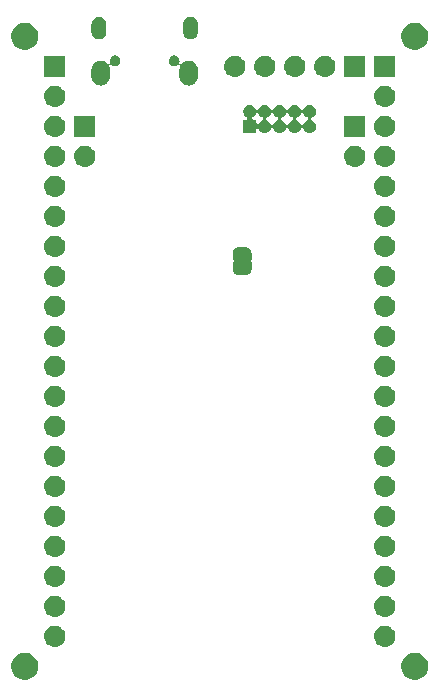
<source format=gbr>
G04 #@! TF.GenerationSoftware,KiCad,Pcbnew,5.0.1*
G04 #@! TF.CreationDate,2019-01-03T14:35:24+01:00*
G04 #@! TF.ProjectId,e73-ab,6537332D61622E6B696361645F706362,rev?*
G04 #@! TF.SameCoordinates,Original*
G04 #@! TF.FileFunction,Soldermask,Bot*
G04 #@! TF.FilePolarity,Negative*
%FSLAX46Y46*%
G04 Gerber Fmt 4.6, Leading zero omitted, Abs format (unit mm)*
G04 Created by KiCad (PCBNEW 5.0.1) date do 03 jan 2019 14:35:24 CET*
%MOMM*%
%LPD*%
G01*
G04 APERTURE LIST*
%ADD10C,0.100000*%
G04 APERTURE END LIST*
D10*
G36*
X167975734Y-105573232D02*
X168185202Y-105659996D01*
X168373723Y-105785962D01*
X168534038Y-105946277D01*
X168660004Y-106134798D01*
X168746768Y-106344266D01*
X168791000Y-106566635D01*
X168791000Y-106793365D01*
X168746768Y-107015734D01*
X168660004Y-107225202D01*
X168534038Y-107413723D01*
X168373723Y-107574038D01*
X168185202Y-107700004D01*
X167975734Y-107786768D01*
X167753365Y-107831000D01*
X167526635Y-107831000D01*
X167304266Y-107786768D01*
X167094798Y-107700004D01*
X166906277Y-107574038D01*
X166745962Y-107413723D01*
X166619996Y-107225202D01*
X166533232Y-107015734D01*
X166489000Y-106793365D01*
X166489000Y-106566635D01*
X166533232Y-106344266D01*
X166619996Y-106134798D01*
X166745962Y-105946277D01*
X166906277Y-105785962D01*
X167094798Y-105659996D01*
X167304266Y-105573232D01*
X167526635Y-105529000D01*
X167753365Y-105529000D01*
X167975734Y-105573232D01*
X167975734Y-105573232D01*
G37*
G36*
X134955734Y-105573232D02*
X135165202Y-105659996D01*
X135353723Y-105785962D01*
X135514038Y-105946277D01*
X135640004Y-106134798D01*
X135726768Y-106344266D01*
X135771000Y-106566635D01*
X135771000Y-106793365D01*
X135726768Y-107015734D01*
X135640004Y-107225202D01*
X135514038Y-107413723D01*
X135353723Y-107574038D01*
X135165202Y-107700004D01*
X134955734Y-107786768D01*
X134733365Y-107831000D01*
X134506635Y-107831000D01*
X134284266Y-107786768D01*
X134074798Y-107700004D01*
X133886277Y-107574038D01*
X133725962Y-107413723D01*
X133599996Y-107225202D01*
X133513232Y-107015734D01*
X133469000Y-106793365D01*
X133469000Y-106566635D01*
X133513232Y-106344266D01*
X133599996Y-106134798D01*
X133725962Y-105946277D01*
X133886277Y-105785962D01*
X134074798Y-105659996D01*
X134284266Y-105573232D01*
X134506635Y-105529000D01*
X134733365Y-105529000D01*
X134955734Y-105573232D01*
X134955734Y-105573232D01*
G37*
G36*
X137270443Y-103245519D02*
X137336627Y-103252037D01*
X137449853Y-103286384D01*
X137506467Y-103303557D01*
X137645087Y-103377652D01*
X137662991Y-103387222D01*
X137698729Y-103416552D01*
X137800186Y-103499814D01*
X137883448Y-103601271D01*
X137912778Y-103637009D01*
X137912779Y-103637011D01*
X137996443Y-103793533D01*
X137996443Y-103793534D01*
X138047963Y-103963373D01*
X138065359Y-104140000D01*
X138047963Y-104316627D01*
X138013616Y-104429853D01*
X137996443Y-104486467D01*
X137922348Y-104625087D01*
X137912778Y-104642991D01*
X137883448Y-104678729D01*
X137800186Y-104780186D01*
X137698729Y-104863448D01*
X137662991Y-104892778D01*
X137662989Y-104892779D01*
X137506467Y-104976443D01*
X137449853Y-104993616D01*
X137336627Y-105027963D01*
X137270442Y-105034482D01*
X137204260Y-105041000D01*
X137115740Y-105041000D01*
X137049557Y-105034481D01*
X136983373Y-105027963D01*
X136870147Y-104993616D01*
X136813533Y-104976443D01*
X136657011Y-104892779D01*
X136657009Y-104892778D01*
X136621271Y-104863448D01*
X136519814Y-104780186D01*
X136436552Y-104678729D01*
X136407222Y-104642991D01*
X136397652Y-104625087D01*
X136323557Y-104486467D01*
X136306384Y-104429853D01*
X136272037Y-104316627D01*
X136254641Y-104140000D01*
X136272037Y-103963373D01*
X136323557Y-103793534D01*
X136323557Y-103793533D01*
X136407221Y-103637011D01*
X136407222Y-103637009D01*
X136436552Y-103601271D01*
X136519814Y-103499814D01*
X136621271Y-103416552D01*
X136657009Y-103387222D01*
X136674913Y-103377652D01*
X136813533Y-103303557D01*
X136870147Y-103286384D01*
X136983373Y-103252037D01*
X137049558Y-103245518D01*
X137115740Y-103239000D01*
X137204260Y-103239000D01*
X137270443Y-103245519D01*
X137270443Y-103245519D01*
G37*
G36*
X165210443Y-103245519D02*
X165276627Y-103252037D01*
X165389853Y-103286384D01*
X165446467Y-103303557D01*
X165585087Y-103377652D01*
X165602991Y-103387222D01*
X165638729Y-103416552D01*
X165740186Y-103499814D01*
X165823448Y-103601271D01*
X165852778Y-103637009D01*
X165852779Y-103637011D01*
X165936443Y-103793533D01*
X165936443Y-103793534D01*
X165987963Y-103963373D01*
X166005359Y-104140000D01*
X165987963Y-104316627D01*
X165953616Y-104429853D01*
X165936443Y-104486467D01*
X165862348Y-104625087D01*
X165852778Y-104642991D01*
X165823448Y-104678729D01*
X165740186Y-104780186D01*
X165638729Y-104863448D01*
X165602991Y-104892778D01*
X165602989Y-104892779D01*
X165446467Y-104976443D01*
X165389853Y-104993616D01*
X165276627Y-105027963D01*
X165210442Y-105034482D01*
X165144260Y-105041000D01*
X165055740Y-105041000D01*
X164989557Y-105034481D01*
X164923373Y-105027963D01*
X164810147Y-104993616D01*
X164753533Y-104976443D01*
X164597011Y-104892779D01*
X164597009Y-104892778D01*
X164561271Y-104863448D01*
X164459814Y-104780186D01*
X164376552Y-104678729D01*
X164347222Y-104642991D01*
X164337652Y-104625087D01*
X164263557Y-104486467D01*
X164246384Y-104429853D01*
X164212037Y-104316627D01*
X164194641Y-104140000D01*
X164212037Y-103963373D01*
X164263557Y-103793534D01*
X164263557Y-103793533D01*
X164347221Y-103637011D01*
X164347222Y-103637009D01*
X164376552Y-103601271D01*
X164459814Y-103499814D01*
X164561271Y-103416552D01*
X164597009Y-103387222D01*
X164614913Y-103377652D01*
X164753533Y-103303557D01*
X164810147Y-103286384D01*
X164923373Y-103252037D01*
X164989558Y-103245518D01*
X165055740Y-103239000D01*
X165144260Y-103239000D01*
X165210443Y-103245519D01*
X165210443Y-103245519D01*
G37*
G36*
X137270443Y-100705519D02*
X137336627Y-100712037D01*
X137449853Y-100746384D01*
X137506467Y-100763557D01*
X137645087Y-100837652D01*
X137662991Y-100847222D01*
X137698729Y-100876552D01*
X137800186Y-100959814D01*
X137883448Y-101061271D01*
X137912778Y-101097009D01*
X137912779Y-101097011D01*
X137996443Y-101253533D01*
X137996443Y-101253534D01*
X138047963Y-101423373D01*
X138065359Y-101600000D01*
X138047963Y-101776627D01*
X138013616Y-101889853D01*
X137996443Y-101946467D01*
X137922348Y-102085087D01*
X137912778Y-102102991D01*
X137883448Y-102138729D01*
X137800186Y-102240186D01*
X137698729Y-102323448D01*
X137662991Y-102352778D01*
X137662989Y-102352779D01*
X137506467Y-102436443D01*
X137449853Y-102453616D01*
X137336627Y-102487963D01*
X137270442Y-102494482D01*
X137204260Y-102501000D01*
X137115740Y-102501000D01*
X137049558Y-102494482D01*
X136983373Y-102487963D01*
X136870147Y-102453616D01*
X136813533Y-102436443D01*
X136657011Y-102352779D01*
X136657009Y-102352778D01*
X136621271Y-102323448D01*
X136519814Y-102240186D01*
X136436552Y-102138729D01*
X136407222Y-102102991D01*
X136397652Y-102085087D01*
X136323557Y-101946467D01*
X136306384Y-101889853D01*
X136272037Y-101776627D01*
X136254641Y-101600000D01*
X136272037Y-101423373D01*
X136323557Y-101253534D01*
X136323557Y-101253533D01*
X136407221Y-101097011D01*
X136407222Y-101097009D01*
X136436552Y-101061271D01*
X136519814Y-100959814D01*
X136621271Y-100876552D01*
X136657009Y-100847222D01*
X136674913Y-100837652D01*
X136813533Y-100763557D01*
X136870147Y-100746384D01*
X136983373Y-100712037D01*
X137049557Y-100705519D01*
X137115740Y-100699000D01*
X137204260Y-100699000D01*
X137270443Y-100705519D01*
X137270443Y-100705519D01*
G37*
G36*
X165210443Y-100705519D02*
X165276627Y-100712037D01*
X165389853Y-100746384D01*
X165446467Y-100763557D01*
X165585087Y-100837652D01*
X165602991Y-100847222D01*
X165638729Y-100876552D01*
X165740186Y-100959814D01*
X165823448Y-101061271D01*
X165852778Y-101097009D01*
X165852779Y-101097011D01*
X165936443Y-101253533D01*
X165936443Y-101253534D01*
X165987963Y-101423373D01*
X166005359Y-101600000D01*
X165987963Y-101776627D01*
X165953616Y-101889853D01*
X165936443Y-101946467D01*
X165862348Y-102085087D01*
X165852778Y-102102991D01*
X165823448Y-102138729D01*
X165740186Y-102240186D01*
X165638729Y-102323448D01*
X165602991Y-102352778D01*
X165602989Y-102352779D01*
X165446467Y-102436443D01*
X165389853Y-102453616D01*
X165276627Y-102487963D01*
X165210442Y-102494482D01*
X165144260Y-102501000D01*
X165055740Y-102501000D01*
X164989558Y-102494482D01*
X164923373Y-102487963D01*
X164810147Y-102453616D01*
X164753533Y-102436443D01*
X164597011Y-102352779D01*
X164597009Y-102352778D01*
X164561271Y-102323448D01*
X164459814Y-102240186D01*
X164376552Y-102138729D01*
X164347222Y-102102991D01*
X164337652Y-102085087D01*
X164263557Y-101946467D01*
X164246384Y-101889853D01*
X164212037Y-101776627D01*
X164194641Y-101600000D01*
X164212037Y-101423373D01*
X164263557Y-101253534D01*
X164263557Y-101253533D01*
X164347221Y-101097011D01*
X164347222Y-101097009D01*
X164376552Y-101061271D01*
X164459814Y-100959814D01*
X164561271Y-100876552D01*
X164597009Y-100847222D01*
X164614913Y-100837652D01*
X164753533Y-100763557D01*
X164810147Y-100746384D01*
X164923373Y-100712037D01*
X164989557Y-100705519D01*
X165055740Y-100699000D01*
X165144260Y-100699000D01*
X165210443Y-100705519D01*
X165210443Y-100705519D01*
G37*
G36*
X137270443Y-98165519D02*
X137336627Y-98172037D01*
X137449853Y-98206384D01*
X137506467Y-98223557D01*
X137645087Y-98297652D01*
X137662991Y-98307222D01*
X137698729Y-98336552D01*
X137800186Y-98419814D01*
X137883448Y-98521271D01*
X137912778Y-98557009D01*
X137912779Y-98557011D01*
X137996443Y-98713533D01*
X137996443Y-98713534D01*
X138047963Y-98883373D01*
X138065359Y-99060000D01*
X138047963Y-99236627D01*
X138013616Y-99349853D01*
X137996443Y-99406467D01*
X137922348Y-99545087D01*
X137912778Y-99562991D01*
X137883448Y-99598729D01*
X137800186Y-99700186D01*
X137698729Y-99783448D01*
X137662991Y-99812778D01*
X137662989Y-99812779D01*
X137506467Y-99896443D01*
X137449853Y-99913616D01*
X137336627Y-99947963D01*
X137270443Y-99954481D01*
X137204260Y-99961000D01*
X137115740Y-99961000D01*
X137049557Y-99954481D01*
X136983373Y-99947963D01*
X136870147Y-99913616D01*
X136813533Y-99896443D01*
X136657011Y-99812779D01*
X136657009Y-99812778D01*
X136621271Y-99783448D01*
X136519814Y-99700186D01*
X136436552Y-99598729D01*
X136407222Y-99562991D01*
X136397652Y-99545087D01*
X136323557Y-99406467D01*
X136306384Y-99349853D01*
X136272037Y-99236627D01*
X136254641Y-99060000D01*
X136272037Y-98883373D01*
X136323557Y-98713534D01*
X136323557Y-98713533D01*
X136407221Y-98557011D01*
X136407222Y-98557009D01*
X136436552Y-98521271D01*
X136519814Y-98419814D01*
X136621271Y-98336552D01*
X136657009Y-98307222D01*
X136674913Y-98297652D01*
X136813533Y-98223557D01*
X136870147Y-98206384D01*
X136983373Y-98172037D01*
X137049557Y-98165519D01*
X137115740Y-98159000D01*
X137204260Y-98159000D01*
X137270443Y-98165519D01*
X137270443Y-98165519D01*
G37*
G36*
X165210443Y-98165519D02*
X165276627Y-98172037D01*
X165389853Y-98206384D01*
X165446467Y-98223557D01*
X165585087Y-98297652D01*
X165602991Y-98307222D01*
X165638729Y-98336552D01*
X165740186Y-98419814D01*
X165823448Y-98521271D01*
X165852778Y-98557009D01*
X165852779Y-98557011D01*
X165936443Y-98713533D01*
X165936443Y-98713534D01*
X165987963Y-98883373D01*
X166005359Y-99060000D01*
X165987963Y-99236627D01*
X165953616Y-99349853D01*
X165936443Y-99406467D01*
X165862348Y-99545087D01*
X165852778Y-99562991D01*
X165823448Y-99598729D01*
X165740186Y-99700186D01*
X165638729Y-99783448D01*
X165602991Y-99812778D01*
X165602989Y-99812779D01*
X165446467Y-99896443D01*
X165389853Y-99913616D01*
X165276627Y-99947963D01*
X165210443Y-99954481D01*
X165144260Y-99961000D01*
X165055740Y-99961000D01*
X164989557Y-99954481D01*
X164923373Y-99947963D01*
X164810147Y-99913616D01*
X164753533Y-99896443D01*
X164597011Y-99812779D01*
X164597009Y-99812778D01*
X164561271Y-99783448D01*
X164459814Y-99700186D01*
X164376552Y-99598729D01*
X164347222Y-99562991D01*
X164337652Y-99545087D01*
X164263557Y-99406467D01*
X164246384Y-99349853D01*
X164212037Y-99236627D01*
X164194641Y-99060000D01*
X164212037Y-98883373D01*
X164263557Y-98713534D01*
X164263557Y-98713533D01*
X164347221Y-98557011D01*
X164347222Y-98557009D01*
X164376552Y-98521271D01*
X164459814Y-98419814D01*
X164561271Y-98336552D01*
X164597009Y-98307222D01*
X164614913Y-98297652D01*
X164753533Y-98223557D01*
X164810147Y-98206384D01*
X164923373Y-98172037D01*
X164989557Y-98165519D01*
X165055740Y-98159000D01*
X165144260Y-98159000D01*
X165210443Y-98165519D01*
X165210443Y-98165519D01*
G37*
G36*
X137270442Y-95625518D02*
X137336627Y-95632037D01*
X137449853Y-95666384D01*
X137506467Y-95683557D01*
X137645087Y-95757652D01*
X137662991Y-95767222D01*
X137698729Y-95796552D01*
X137800186Y-95879814D01*
X137883448Y-95981271D01*
X137912778Y-96017009D01*
X137912779Y-96017011D01*
X137996443Y-96173533D01*
X137996443Y-96173534D01*
X138047963Y-96343373D01*
X138065359Y-96520000D01*
X138047963Y-96696627D01*
X138013616Y-96809853D01*
X137996443Y-96866467D01*
X137922348Y-97005087D01*
X137912778Y-97022991D01*
X137883448Y-97058729D01*
X137800186Y-97160186D01*
X137698729Y-97243448D01*
X137662991Y-97272778D01*
X137662989Y-97272779D01*
X137506467Y-97356443D01*
X137449853Y-97373616D01*
X137336627Y-97407963D01*
X137270442Y-97414482D01*
X137204260Y-97421000D01*
X137115740Y-97421000D01*
X137049558Y-97414482D01*
X136983373Y-97407963D01*
X136870147Y-97373616D01*
X136813533Y-97356443D01*
X136657011Y-97272779D01*
X136657009Y-97272778D01*
X136621271Y-97243448D01*
X136519814Y-97160186D01*
X136436552Y-97058729D01*
X136407222Y-97022991D01*
X136397652Y-97005087D01*
X136323557Y-96866467D01*
X136306384Y-96809853D01*
X136272037Y-96696627D01*
X136254641Y-96520000D01*
X136272037Y-96343373D01*
X136323557Y-96173534D01*
X136323557Y-96173533D01*
X136407221Y-96017011D01*
X136407222Y-96017009D01*
X136436552Y-95981271D01*
X136519814Y-95879814D01*
X136621271Y-95796552D01*
X136657009Y-95767222D01*
X136674913Y-95757652D01*
X136813533Y-95683557D01*
X136870147Y-95666384D01*
X136983373Y-95632037D01*
X137049558Y-95625518D01*
X137115740Y-95619000D01*
X137204260Y-95619000D01*
X137270442Y-95625518D01*
X137270442Y-95625518D01*
G37*
G36*
X165210442Y-95625518D02*
X165276627Y-95632037D01*
X165389853Y-95666384D01*
X165446467Y-95683557D01*
X165585087Y-95757652D01*
X165602991Y-95767222D01*
X165638729Y-95796552D01*
X165740186Y-95879814D01*
X165823448Y-95981271D01*
X165852778Y-96017009D01*
X165852779Y-96017011D01*
X165936443Y-96173533D01*
X165936443Y-96173534D01*
X165987963Y-96343373D01*
X166005359Y-96520000D01*
X165987963Y-96696627D01*
X165953616Y-96809853D01*
X165936443Y-96866467D01*
X165862348Y-97005087D01*
X165852778Y-97022991D01*
X165823448Y-97058729D01*
X165740186Y-97160186D01*
X165638729Y-97243448D01*
X165602991Y-97272778D01*
X165602989Y-97272779D01*
X165446467Y-97356443D01*
X165389853Y-97373616D01*
X165276627Y-97407963D01*
X165210442Y-97414482D01*
X165144260Y-97421000D01*
X165055740Y-97421000D01*
X164989558Y-97414482D01*
X164923373Y-97407963D01*
X164810147Y-97373616D01*
X164753533Y-97356443D01*
X164597011Y-97272779D01*
X164597009Y-97272778D01*
X164561271Y-97243448D01*
X164459814Y-97160186D01*
X164376552Y-97058729D01*
X164347222Y-97022991D01*
X164337652Y-97005087D01*
X164263557Y-96866467D01*
X164246384Y-96809853D01*
X164212037Y-96696627D01*
X164194641Y-96520000D01*
X164212037Y-96343373D01*
X164263557Y-96173534D01*
X164263557Y-96173533D01*
X164347221Y-96017011D01*
X164347222Y-96017009D01*
X164376552Y-95981271D01*
X164459814Y-95879814D01*
X164561271Y-95796552D01*
X164597009Y-95767222D01*
X164614913Y-95757652D01*
X164753533Y-95683557D01*
X164810147Y-95666384D01*
X164923373Y-95632037D01*
X164989558Y-95625518D01*
X165055740Y-95619000D01*
X165144260Y-95619000D01*
X165210442Y-95625518D01*
X165210442Y-95625518D01*
G37*
G36*
X165210443Y-93085519D02*
X165276627Y-93092037D01*
X165389853Y-93126384D01*
X165446467Y-93143557D01*
X165585087Y-93217652D01*
X165602991Y-93227222D01*
X165638729Y-93256552D01*
X165740186Y-93339814D01*
X165823448Y-93441271D01*
X165852778Y-93477009D01*
X165852779Y-93477011D01*
X165936443Y-93633533D01*
X165936443Y-93633534D01*
X165987963Y-93803373D01*
X166005359Y-93980000D01*
X165987963Y-94156627D01*
X165953616Y-94269853D01*
X165936443Y-94326467D01*
X165862348Y-94465087D01*
X165852778Y-94482991D01*
X165823448Y-94518729D01*
X165740186Y-94620186D01*
X165638729Y-94703448D01*
X165602991Y-94732778D01*
X165602989Y-94732779D01*
X165446467Y-94816443D01*
X165389853Y-94833616D01*
X165276627Y-94867963D01*
X165210443Y-94874481D01*
X165144260Y-94881000D01*
X165055740Y-94881000D01*
X164989557Y-94874481D01*
X164923373Y-94867963D01*
X164810147Y-94833616D01*
X164753533Y-94816443D01*
X164597011Y-94732779D01*
X164597009Y-94732778D01*
X164561271Y-94703448D01*
X164459814Y-94620186D01*
X164376552Y-94518729D01*
X164347222Y-94482991D01*
X164337652Y-94465087D01*
X164263557Y-94326467D01*
X164246384Y-94269853D01*
X164212037Y-94156627D01*
X164194641Y-93980000D01*
X164212037Y-93803373D01*
X164263557Y-93633534D01*
X164263557Y-93633533D01*
X164347221Y-93477011D01*
X164347222Y-93477009D01*
X164376552Y-93441271D01*
X164459814Y-93339814D01*
X164561271Y-93256552D01*
X164597009Y-93227222D01*
X164614913Y-93217652D01*
X164753533Y-93143557D01*
X164810147Y-93126384D01*
X164923373Y-93092037D01*
X164989557Y-93085519D01*
X165055740Y-93079000D01*
X165144260Y-93079000D01*
X165210443Y-93085519D01*
X165210443Y-93085519D01*
G37*
G36*
X137270443Y-93085519D02*
X137336627Y-93092037D01*
X137449853Y-93126384D01*
X137506467Y-93143557D01*
X137645087Y-93217652D01*
X137662991Y-93227222D01*
X137698729Y-93256552D01*
X137800186Y-93339814D01*
X137883448Y-93441271D01*
X137912778Y-93477009D01*
X137912779Y-93477011D01*
X137996443Y-93633533D01*
X137996443Y-93633534D01*
X138047963Y-93803373D01*
X138065359Y-93980000D01*
X138047963Y-94156627D01*
X138013616Y-94269853D01*
X137996443Y-94326467D01*
X137922348Y-94465087D01*
X137912778Y-94482991D01*
X137883448Y-94518729D01*
X137800186Y-94620186D01*
X137698729Y-94703448D01*
X137662991Y-94732778D01*
X137662989Y-94732779D01*
X137506467Y-94816443D01*
X137449853Y-94833616D01*
X137336627Y-94867963D01*
X137270443Y-94874481D01*
X137204260Y-94881000D01*
X137115740Y-94881000D01*
X137049557Y-94874481D01*
X136983373Y-94867963D01*
X136870147Y-94833616D01*
X136813533Y-94816443D01*
X136657011Y-94732779D01*
X136657009Y-94732778D01*
X136621271Y-94703448D01*
X136519814Y-94620186D01*
X136436552Y-94518729D01*
X136407222Y-94482991D01*
X136397652Y-94465087D01*
X136323557Y-94326467D01*
X136306384Y-94269853D01*
X136272037Y-94156627D01*
X136254641Y-93980000D01*
X136272037Y-93803373D01*
X136323557Y-93633534D01*
X136323557Y-93633533D01*
X136407221Y-93477011D01*
X136407222Y-93477009D01*
X136436552Y-93441271D01*
X136519814Y-93339814D01*
X136621271Y-93256552D01*
X136657009Y-93227222D01*
X136674913Y-93217652D01*
X136813533Y-93143557D01*
X136870147Y-93126384D01*
X136983373Y-93092037D01*
X137049557Y-93085519D01*
X137115740Y-93079000D01*
X137204260Y-93079000D01*
X137270443Y-93085519D01*
X137270443Y-93085519D01*
G37*
G36*
X137270443Y-90545519D02*
X137336627Y-90552037D01*
X137449853Y-90586384D01*
X137506467Y-90603557D01*
X137645087Y-90677652D01*
X137662991Y-90687222D01*
X137698729Y-90716552D01*
X137800186Y-90799814D01*
X137883448Y-90901271D01*
X137912778Y-90937009D01*
X137912779Y-90937011D01*
X137996443Y-91093533D01*
X137996443Y-91093534D01*
X138047963Y-91263373D01*
X138065359Y-91440000D01*
X138047963Y-91616627D01*
X138013616Y-91729853D01*
X137996443Y-91786467D01*
X137922348Y-91925087D01*
X137912778Y-91942991D01*
X137883448Y-91978729D01*
X137800186Y-92080186D01*
X137698729Y-92163448D01*
X137662991Y-92192778D01*
X137662989Y-92192779D01*
X137506467Y-92276443D01*
X137449853Y-92293616D01*
X137336627Y-92327963D01*
X137270443Y-92334481D01*
X137204260Y-92341000D01*
X137115740Y-92341000D01*
X137049557Y-92334481D01*
X136983373Y-92327963D01*
X136870147Y-92293616D01*
X136813533Y-92276443D01*
X136657011Y-92192779D01*
X136657009Y-92192778D01*
X136621271Y-92163448D01*
X136519814Y-92080186D01*
X136436552Y-91978729D01*
X136407222Y-91942991D01*
X136397652Y-91925087D01*
X136323557Y-91786467D01*
X136306384Y-91729853D01*
X136272037Y-91616627D01*
X136254641Y-91440000D01*
X136272037Y-91263373D01*
X136323557Y-91093534D01*
X136323557Y-91093533D01*
X136407221Y-90937011D01*
X136407222Y-90937009D01*
X136436552Y-90901271D01*
X136519814Y-90799814D01*
X136621271Y-90716552D01*
X136657009Y-90687222D01*
X136674913Y-90677652D01*
X136813533Y-90603557D01*
X136870147Y-90586384D01*
X136983373Y-90552037D01*
X137049557Y-90545519D01*
X137115740Y-90539000D01*
X137204260Y-90539000D01*
X137270443Y-90545519D01*
X137270443Y-90545519D01*
G37*
G36*
X165210443Y-90545519D02*
X165276627Y-90552037D01*
X165389853Y-90586384D01*
X165446467Y-90603557D01*
X165585087Y-90677652D01*
X165602991Y-90687222D01*
X165638729Y-90716552D01*
X165740186Y-90799814D01*
X165823448Y-90901271D01*
X165852778Y-90937009D01*
X165852779Y-90937011D01*
X165936443Y-91093533D01*
X165936443Y-91093534D01*
X165987963Y-91263373D01*
X166005359Y-91440000D01*
X165987963Y-91616627D01*
X165953616Y-91729853D01*
X165936443Y-91786467D01*
X165862348Y-91925087D01*
X165852778Y-91942991D01*
X165823448Y-91978729D01*
X165740186Y-92080186D01*
X165638729Y-92163448D01*
X165602991Y-92192778D01*
X165602989Y-92192779D01*
X165446467Y-92276443D01*
X165389853Y-92293616D01*
X165276627Y-92327963D01*
X165210443Y-92334481D01*
X165144260Y-92341000D01*
X165055740Y-92341000D01*
X164989557Y-92334481D01*
X164923373Y-92327963D01*
X164810147Y-92293616D01*
X164753533Y-92276443D01*
X164597011Y-92192779D01*
X164597009Y-92192778D01*
X164561271Y-92163448D01*
X164459814Y-92080186D01*
X164376552Y-91978729D01*
X164347222Y-91942991D01*
X164337652Y-91925087D01*
X164263557Y-91786467D01*
X164246384Y-91729853D01*
X164212037Y-91616627D01*
X164194641Y-91440000D01*
X164212037Y-91263373D01*
X164263557Y-91093534D01*
X164263557Y-91093533D01*
X164347221Y-90937011D01*
X164347222Y-90937009D01*
X164376552Y-90901271D01*
X164459814Y-90799814D01*
X164561271Y-90716552D01*
X164597009Y-90687222D01*
X164614913Y-90677652D01*
X164753533Y-90603557D01*
X164810147Y-90586384D01*
X164923373Y-90552037D01*
X164989558Y-90545518D01*
X165055740Y-90539000D01*
X165144260Y-90539000D01*
X165210443Y-90545519D01*
X165210443Y-90545519D01*
G37*
G36*
X137270443Y-88005519D02*
X137336627Y-88012037D01*
X137449853Y-88046384D01*
X137506467Y-88063557D01*
X137645087Y-88137652D01*
X137662991Y-88147222D01*
X137698729Y-88176552D01*
X137800186Y-88259814D01*
X137883448Y-88361271D01*
X137912778Y-88397009D01*
X137912779Y-88397011D01*
X137996443Y-88553533D01*
X137996443Y-88553534D01*
X138047963Y-88723373D01*
X138065359Y-88900000D01*
X138047963Y-89076627D01*
X138013616Y-89189853D01*
X137996443Y-89246467D01*
X137922348Y-89385087D01*
X137912778Y-89402991D01*
X137883448Y-89438729D01*
X137800186Y-89540186D01*
X137698729Y-89623448D01*
X137662991Y-89652778D01*
X137662989Y-89652779D01*
X137506467Y-89736443D01*
X137449853Y-89753616D01*
X137336627Y-89787963D01*
X137270443Y-89794481D01*
X137204260Y-89801000D01*
X137115740Y-89801000D01*
X137049557Y-89794481D01*
X136983373Y-89787963D01*
X136870147Y-89753616D01*
X136813533Y-89736443D01*
X136657011Y-89652779D01*
X136657009Y-89652778D01*
X136621271Y-89623448D01*
X136519814Y-89540186D01*
X136436552Y-89438729D01*
X136407222Y-89402991D01*
X136397652Y-89385087D01*
X136323557Y-89246467D01*
X136306384Y-89189853D01*
X136272037Y-89076627D01*
X136254641Y-88900000D01*
X136272037Y-88723373D01*
X136323557Y-88553534D01*
X136323557Y-88553533D01*
X136407221Y-88397011D01*
X136407222Y-88397009D01*
X136436552Y-88361271D01*
X136519814Y-88259814D01*
X136621271Y-88176552D01*
X136657009Y-88147222D01*
X136674913Y-88137652D01*
X136813533Y-88063557D01*
X136870147Y-88046384D01*
X136983373Y-88012037D01*
X137049557Y-88005519D01*
X137115740Y-87999000D01*
X137204260Y-87999000D01*
X137270443Y-88005519D01*
X137270443Y-88005519D01*
G37*
G36*
X165210443Y-88005519D02*
X165276627Y-88012037D01*
X165389853Y-88046384D01*
X165446467Y-88063557D01*
X165585087Y-88137652D01*
X165602991Y-88147222D01*
X165638729Y-88176552D01*
X165740186Y-88259814D01*
X165823448Y-88361271D01*
X165852778Y-88397009D01*
X165852779Y-88397011D01*
X165936443Y-88553533D01*
X165936443Y-88553534D01*
X165987963Y-88723373D01*
X166005359Y-88900000D01*
X165987963Y-89076627D01*
X165953616Y-89189853D01*
X165936443Y-89246467D01*
X165862348Y-89385087D01*
X165852778Y-89402991D01*
X165823448Y-89438729D01*
X165740186Y-89540186D01*
X165638729Y-89623448D01*
X165602991Y-89652778D01*
X165602989Y-89652779D01*
X165446467Y-89736443D01*
X165389853Y-89753616D01*
X165276627Y-89787963D01*
X165210443Y-89794481D01*
X165144260Y-89801000D01*
X165055740Y-89801000D01*
X164989557Y-89794481D01*
X164923373Y-89787963D01*
X164810147Y-89753616D01*
X164753533Y-89736443D01*
X164597011Y-89652779D01*
X164597009Y-89652778D01*
X164561271Y-89623448D01*
X164459814Y-89540186D01*
X164376552Y-89438729D01*
X164347222Y-89402991D01*
X164337652Y-89385087D01*
X164263557Y-89246467D01*
X164246384Y-89189853D01*
X164212037Y-89076627D01*
X164194641Y-88900000D01*
X164212037Y-88723373D01*
X164263557Y-88553534D01*
X164263557Y-88553533D01*
X164347221Y-88397011D01*
X164347222Y-88397009D01*
X164376552Y-88361271D01*
X164459814Y-88259814D01*
X164561271Y-88176552D01*
X164597009Y-88147222D01*
X164614913Y-88137652D01*
X164753533Y-88063557D01*
X164810147Y-88046384D01*
X164923373Y-88012037D01*
X164989557Y-88005519D01*
X165055740Y-87999000D01*
X165144260Y-87999000D01*
X165210443Y-88005519D01*
X165210443Y-88005519D01*
G37*
G36*
X165210442Y-85465518D02*
X165276627Y-85472037D01*
X165389853Y-85506384D01*
X165446467Y-85523557D01*
X165585087Y-85597652D01*
X165602991Y-85607222D01*
X165638729Y-85636552D01*
X165740186Y-85719814D01*
X165823448Y-85821271D01*
X165852778Y-85857009D01*
X165852779Y-85857011D01*
X165936443Y-86013533D01*
X165936443Y-86013534D01*
X165987963Y-86183373D01*
X166005359Y-86360000D01*
X165987963Y-86536627D01*
X165953616Y-86649853D01*
X165936443Y-86706467D01*
X165862348Y-86845087D01*
X165852778Y-86862991D01*
X165823448Y-86898729D01*
X165740186Y-87000186D01*
X165638729Y-87083448D01*
X165602991Y-87112778D01*
X165602989Y-87112779D01*
X165446467Y-87196443D01*
X165389853Y-87213616D01*
X165276627Y-87247963D01*
X165210442Y-87254482D01*
X165144260Y-87261000D01*
X165055740Y-87261000D01*
X164989558Y-87254482D01*
X164923373Y-87247963D01*
X164810147Y-87213616D01*
X164753533Y-87196443D01*
X164597011Y-87112779D01*
X164597009Y-87112778D01*
X164561271Y-87083448D01*
X164459814Y-87000186D01*
X164376552Y-86898729D01*
X164347222Y-86862991D01*
X164337652Y-86845087D01*
X164263557Y-86706467D01*
X164246384Y-86649853D01*
X164212037Y-86536627D01*
X164194641Y-86360000D01*
X164212037Y-86183373D01*
X164263557Y-86013534D01*
X164263557Y-86013533D01*
X164347221Y-85857011D01*
X164347222Y-85857009D01*
X164376552Y-85821271D01*
X164459814Y-85719814D01*
X164561271Y-85636552D01*
X164597009Y-85607222D01*
X164614913Y-85597652D01*
X164753533Y-85523557D01*
X164810147Y-85506384D01*
X164923373Y-85472037D01*
X164989558Y-85465518D01*
X165055740Y-85459000D01*
X165144260Y-85459000D01*
X165210442Y-85465518D01*
X165210442Y-85465518D01*
G37*
G36*
X137270442Y-85465518D02*
X137336627Y-85472037D01*
X137449853Y-85506384D01*
X137506467Y-85523557D01*
X137645087Y-85597652D01*
X137662991Y-85607222D01*
X137698729Y-85636552D01*
X137800186Y-85719814D01*
X137883448Y-85821271D01*
X137912778Y-85857009D01*
X137912779Y-85857011D01*
X137996443Y-86013533D01*
X137996443Y-86013534D01*
X138047963Y-86183373D01*
X138065359Y-86360000D01*
X138047963Y-86536627D01*
X138013616Y-86649853D01*
X137996443Y-86706467D01*
X137922348Y-86845087D01*
X137912778Y-86862991D01*
X137883448Y-86898729D01*
X137800186Y-87000186D01*
X137698729Y-87083448D01*
X137662991Y-87112778D01*
X137662989Y-87112779D01*
X137506467Y-87196443D01*
X137449853Y-87213616D01*
X137336627Y-87247963D01*
X137270442Y-87254482D01*
X137204260Y-87261000D01*
X137115740Y-87261000D01*
X137049558Y-87254482D01*
X136983373Y-87247963D01*
X136870147Y-87213616D01*
X136813533Y-87196443D01*
X136657011Y-87112779D01*
X136657009Y-87112778D01*
X136621271Y-87083448D01*
X136519814Y-87000186D01*
X136436552Y-86898729D01*
X136407222Y-86862991D01*
X136397652Y-86845087D01*
X136323557Y-86706467D01*
X136306384Y-86649853D01*
X136272037Y-86536627D01*
X136254641Y-86360000D01*
X136272037Y-86183373D01*
X136323557Y-86013534D01*
X136323557Y-86013533D01*
X136407221Y-85857011D01*
X136407222Y-85857009D01*
X136436552Y-85821271D01*
X136519814Y-85719814D01*
X136621271Y-85636552D01*
X136657009Y-85607222D01*
X136674913Y-85597652D01*
X136813533Y-85523557D01*
X136870147Y-85506384D01*
X136983373Y-85472037D01*
X137049558Y-85465518D01*
X137115740Y-85459000D01*
X137204260Y-85459000D01*
X137270442Y-85465518D01*
X137270442Y-85465518D01*
G37*
G36*
X165210443Y-82925519D02*
X165276627Y-82932037D01*
X165389853Y-82966384D01*
X165446467Y-82983557D01*
X165585087Y-83057652D01*
X165602991Y-83067222D01*
X165638729Y-83096552D01*
X165740186Y-83179814D01*
X165823448Y-83281271D01*
X165852778Y-83317009D01*
X165852779Y-83317011D01*
X165936443Y-83473533D01*
X165936443Y-83473534D01*
X165987963Y-83643373D01*
X166005359Y-83820000D01*
X165987963Y-83996627D01*
X165953616Y-84109853D01*
X165936443Y-84166467D01*
X165862348Y-84305087D01*
X165852778Y-84322991D01*
X165823448Y-84358729D01*
X165740186Y-84460186D01*
X165638729Y-84543448D01*
X165602991Y-84572778D01*
X165602989Y-84572779D01*
X165446467Y-84656443D01*
X165389853Y-84673616D01*
X165276627Y-84707963D01*
X165210443Y-84714481D01*
X165144260Y-84721000D01*
X165055740Y-84721000D01*
X164989557Y-84714481D01*
X164923373Y-84707963D01*
X164810147Y-84673616D01*
X164753533Y-84656443D01*
X164597011Y-84572779D01*
X164597009Y-84572778D01*
X164561271Y-84543448D01*
X164459814Y-84460186D01*
X164376552Y-84358729D01*
X164347222Y-84322991D01*
X164337652Y-84305087D01*
X164263557Y-84166467D01*
X164246384Y-84109853D01*
X164212037Y-83996627D01*
X164194641Y-83820000D01*
X164212037Y-83643373D01*
X164263557Y-83473534D01*
X164263557Y-83473533D01*
X164347221Y-83317011D01*
X164347222Y-83317009D01*
X164376552Y-83281271D01*
X164459814Y-83179814D01*
X164561271Y-83096552D01*
X164597009Y-83067222D01*
X164614913Y-83057652D01*
X164753533Y-82983557D01*
X164810147Y-82966384D01*
X164923373Y-82932037D01*
X164989557Y-82925519D01*
X165055740Y-82919000D01*
X165144260Y-82919000D01*
X165210443Y-82925519D01*
X165210443Y-82925519D01*
G37*
G36*
X137270443Y-82925519D02*
X137336627Y-82932037D01*
X137449853Y-82966384D01*
X137506467Y-82983557D01*
X137645087Y-83057652D01*
X137662991Y-83067222D01*
X137698729Y-83096552D01*
X137800186Y-83179814D01*
X137883448Y-83281271D01*
X137912778Y-83317009D01*
X137912779Y-83317011D01*
X137996443Y-83473533D01*
X137996443Y-83473534D01*
X138047963Y-83643373D01*
X138065359Y-83820000D01*
X138047963Y-83996627D01*
X138013616Y-84109853D01*
X137996443Y-84166467D01*
X137922348Y-84305087D01*
X137912778Y-84322991D01*
X137883448Y-84358729D01*
X137800186Y-84460186D01*
X137698729Y-84543448D01*
X137662991Y-84572778D01*
X137662989Y-84572779D01*
X137506467Y-84656443D01*
X137449853Y-84673616D01*
X137336627Y-84707963D01*
X137270443Y-84714481D01*
X137204260Y-84721000D01*
X137115740Y-84721000D01*
X137049557Y-84714481D01*
X136983373Y-84707963D01*
X136870147Y-84673616D01*
X136813533Y-84656443D01*
X136657011Y-84572779D01*
X136657009Y-84572778D01*
X136621271Y-84543448D01*
X136519814Y-84460186D01*
X136436552Y-84358729D01*
X136407222Y-84322991D01*
X136397652Y-84305087D01*
X136323557Y-84166467D01*
X136306384Y-84109853D01*
X136272037Y-83996627D01*
X136254641Y-83820000D01*
X136272037Y-83643373D01*
X136323557Y-83473534D01*
X136323557Y-83473533D01*
X136407221Y-83317011D01*
X136407222Y-83317009D01*
X136436552Y-83281271D01*
X136519814Y-83179814D01*
X136621271Y-83096552D01*
X136657009Y-83067222D01*
X136674913Y-83057652D01*
X136813533Y-82983557D01*
X136870147Y-82966384D01*
X136983373Y-82932037D01*
X137049557Y-82925519D01*
X137115740Y-82919000D01*
X137204260Y-82919000D01*
X137270443Y-82925519D01*
X137270443Y-82925519D01*
G37*
G36*
X165210442Y-80385518D02*
X165276627Y-80392037D01*
X165389853Y-80426384D01*
X165446467Y-80443557D01*
X165585087Y-80517652D01*
X165602991Y-80527222D01*
X165638729Y-80556552D01*
X165740186Y-80639814D01*
X165823448Y-80741271D01*
X165852778Y-80777009D01*
X165852779Y-80777011D01*
X165936443Y-80933533D01*
X165936443Y-80933534D01*
X165987963Y-81103373D01*
X166005359Y-81280000D01*
X165987963Y-81456627D01*
X165953616Y-81569853D01*
X165936443Y-81626467D01*
X165862348Y-81765087D01*
X165852778Y-81782991D01*
X165823448Y-81818729D01*
X165740186Y-81920186D01*
X165638729Y-82003448D01*
X165602991Y-82032778D01*
X165602989Y-82032779D01*
X165446467Y-82116443D01*
X165389853Y-82133616D01*
X165276627Y-82167963D01*
X165210443Y-82174481D01*
X165144260Y-82181000D01*
X165055740Y-82181000D01*
X164989557Y-82174481D01*
X164923373Y-82167963D01*
X164810147Y-82133616D01*
X164753533Y-82116443D01*
X164597011Y-82032779D01*
X164597009Y-82032778D01*
X164561271Y-82003448D01*
X164459814Y-81920186D01*
X164376552Y-81818729D01*
X164347222Y-81782991D01*
X164337652Y-81765087D01*
X164263557Y-81626467D01*
X164246384Y-81569853D01*
X164212037Y-81456627D01*
X164194641Y-81280000D01*
X164212037Y-81103373D01*
X164263557Y-80933534D01*
X164263557Y-80933533D01*
X164347221Y-80777011D01*
X164347222Y-80777009D01*
X164376552Y-80741271D01*
X164459814Y-80639814D01*
X164561271Y-80556552D01*
X164597009Y-80527222D01*
X164614913Y-80517652D01*
X164753533Y-80443557D01*
X164810147Y-80426384D01*
X164923373Y-80392037D01*
X164989558Y-80385518D01*
X165055740Y-80379000D01*
X165144260Y-80379000D01*
X165210442Y-80385518D01*
X165210442Y-80385518D01*
G37*
G36*
X137270442Y-80385518D02*
X137336627Y-80392037D01*
X137449853Y-80426384D01*
X137506467Y-80443557D01*
X137645087Y-80517652D01*
X137662991Y-80527222D01*
X137698729Y-80556552D01*
X137800186Y-80639814D01*
X137883448Y-80741271D01*
X137912778Y-80777009D01*
X137912779Y-80777011D01*
X137996443Y-80933533D01*
X137996443Y-80933534D01*
X138047963Y-81103373D01*
X138065359Y-81280000D01*
X138047963Y-81456627D01*
X138013616Y-81569853D01*
X137996443Y-81626467D01*
X137922348Y-81765087D01*
X137912778Y-81782991D01*
X137883448Y-81818729D01*
X137800186Y-81920186D01*
X137698729Y-82003448D01*
X137662991Y-82032778D01*
X137662989Y-82032779D01*
X137506467Y-82116443D01*
X137449853Y-82133616D01*
X137336627Y-82167963D01*
X137270443Y-82174481D01*
X137204260Y-82181000D01*
X137115740Y-82181000D01*
X137049557Y-82174481D01*
X136983373Y-82167963D01*
X136870147Y-82133616D01*
X136813533Y-82116443D01*
X136657011Y-82032779D01*
X136657009Y-82032778D01*
X136621271Y-82003448D01*
X136519814Y-81920186D01*
X136436552Y-81818729D01*
X136407222Y-81782991D01*
X136397652Y-81765087D01*
X136323557Y-81626467D01*
X136306384Y-81569853D01*
X136272037Y-81456627D01*
X136254641Y-81280000D01*
X136272037Y-81103373D01*
X136323557Y-80933534D01*
X136323557Y-80933533D01*
X136407221Y-80777011D01*
X136407222Y-80777009D01*
X136436552Y-80741271D01*
X136519814Y-80639814D01*
X136621271Y-80556552D01*
X136657009Y-80527222D01*
X136674913Y-80517652D01*
X136813533Y-80443557D01*
X136870147Y-80426384D01*
X136983373Y-80392037D01*
X137049558Y-80385518D01*
X137115740Y-80379000D01*
X137204260Y-80379000D01*
X137270442Y-80385518D01*
X137270442Y-80385518D01*
G37*
G36*
X165210443Y-77845519D02*
X165276627Y-77852037D01*
X165389853Y-77886384D01*
X165446467Y-77903557D01*
X165585087Y-77977652D01*
X165602991Y-77987222D01*
X165638729Y-78016552D01*
X165740186Y-78099814D01*
X165823448Y-78201271D01*
X165852778Y-78237009D01*
X165852779Y-78237011D01*
X165936443Y-78393533D01*
X165936443Y-78393534D01*
X165987963Y-78563373D01*
X166005359Y-78740000D01*
X165987963Y-78916627D01*
X165953616Y-79029853D01*
X165936443Y-79086467D01*
X165862348Y-79225087D01*
X165852778Y-79242991D01*
X165823448Y-79278729D01*
X165740186Y-79380186D01*
X165638729Y-79463448D01*
X165602991Y-79492778D01*
X165602989Y-79492779D01*
X165446467Y-79576443D01*
X165389853Y-79593616D01*
X165276627Y-79627963D01*
X165210442Y-79634482D01*
X165144260Y-79641000D01*
X165055740Y-79641000D01*
X164989558Y-79634482D01*
X164923373Y-79627963D01*
X164810147Y-79593616D01*
X164753533Y-79576443D01*
X164597011Y-79492779D01*
X164597009Y-79492778D01*
X164561271Y-79463448D01*
X164459814Y-79380186D01*
X164376552Y-79278729D01*
X164347222Y-79242991D01*
X164337652Y-79225087D01*
X164263557Y-79086467D01*
X164246384Y-79029853D01*
X164212037Y-78916627D01*
X164194641Y-78740000D01*
X164212037Y-78563373D01*
X164263557Y-78393534D01*
X164263557Y-78393533D01*
X164347221Y-78237011D01*
X164347222Y-78237009D01*
X164376552Y-78201271D01*
X164459814Y-78099814D01*
X164561271Y-78016552D01*
X164597009Y-77987222D01*
X164614913Y-77977652D01*
X164753533Y-77903557D01*
X164810147Y-77886384D01*
X164923373Y-77852037D01*
X164989557Y-77845519D01*
X165055740Y-77839000D01*
X165144260Y-77839000D01*
X165210443Y-77845519D01*
X165210443Y-77845519D01*
G37*
G36*
X137270443Y-77845519D02*
X137336627Y-77852037D01*
X137449853Y-77886384D01*
X137506467Y-77903557D01*
X137645087Y-77977652D01*
X137662991Y-77987222D01*
X137698729Y-78016552D01*
X137800186Y-78099814D01*
X137883448Y-78201271D01*
X137912778Y-78237009D01*
X137912779Y-78237011D01*
X137996443Y-78393533D01*
X137996443Y-78393534D01*
X138047963Y-78563373D01*
X138065359Y-78740000D01*
X138047963Y-78916627D01*
X138013616Y-79029853D01*
X137996443Y-79086467D01*
X137922348Y-79225087D01*
X137912778Y-79242991D01*
X137883448Y-79278729D01*
X137800186Y-79380186D01*
X137698729Y-79463448D01*
X137662991Y-79492778D01*
X137662989Y-79492779D01*
X137506467Y-79576443D01*
X137449853Y-79593616D01*
X137336627Y-79627963D01*
X137270442Y-79634482D01*
X137204260Y-79641000D01*
X137115740Y-79641000D01*
X137049558Y-79634482D01*
X136983373Y-79627963D01*
X136870147Y-79593616D01*
X136813533Y-79576443D01*
X136657011Y-79492779D01*
X136657009Y-79492778D01*
X136621271Y-79463448D01*
X136519814Y-79380186D01*
X136436552Y-79278729D01*
X136407222Y-79242991D01*
X136397652Y-79225087D01*
X136323557Y-79086467D01*
X136306384Y-79029853D01*
X136272037Y-78916627D01*
X136254641Y-78740000D01*
X136272037Y-78563373D01*
X136323557Y-78393534D01*
X136323557Y-78393533D01*
X136407221Y-78237011D01*
X136407222Y-78237009D01*
X136436552Y-78201271D01*
X136519814Y-78099814D01*
X136621271Y-78016552D01*
X136657009Y-77987222D01*
X136674913Y-77977652D01*
X136813533Y-77903557D01*
X136870147Y-77886384D01*
X136983373Y-77852037D01*
X137049557Y-77845519D01*
X137115740Y-77839000D01*
X137204260Y-77839000D01*
X137270443Y-77845519D01*
X137270443Y-77845519D01*
G37*
G36*
X165210442Y-75305518D02*
X165276627Y-75312037D01*
X165389853Y-75346384D01*
X165446467Y-75363557D01*
X165585087Y-75437652D01*
X165602991Y-75447222D01*
X165638729Y-75476552D01*
X165740186Y-75559814D01*
X165823448Y-75661271D01*
X165852778Y-75697009D01*
X165852779Y-75697011D01*
X165936443Y-75853533D01*
X165936443Y-75853534D01*
X165987963Y-76023373D01*
X166005359Y-76200000D01*
X165987963Y-76376627D01*
X165953616Y-76489853D01*
X165936443Y-76546467D01*
X165862348Y-76685087D01*
X165852778Y-76702991D01*
X165823448Y-76738729D01*
X165740186Y-76840186D01*
X165638729Y-76923448D01*
X165602991Y-76952778D01*
X165602989Y-76952779D01*
X165446467Y-77036443D01*
X165389853Y-77053616D01*
X165276627Y-77087963D01*
X165210442Y-77094482D01*
X165144260Y-77101000D01*
X165055740Y-77101000D01*
X164989558Y-77094482D01*
X164923373Y-77087963D01*
X164810147Y-77053616D01*
X164753533Y-77036443D01*
X164597011Y-76952779D01*
X164597009Y-76952778D01*
X164561271Y-76923448D01*
X164459814Y-76840186D01*
X164376552Y-76738729D01*
X164347222Y-76702991D01*
X164337652Y-76685087D01*
X164263557Y-76546467D01*
X164246384Y-76489853D01*
X164212037Y-76376627D01*
X164194641Y-76200000D01*
X164212037Y-76023373D01*
X164263557Y-75853534D01*
X164263557Y-75853533D01*
X164347221Y-75697011D01*
X164347222Y-75697009D01*
X164376552Y-75661271D01*
X164459814Y-75559814D01*
X164561271Y-75476552D01*
X164597009Y-75447222D01*
X164614913Y-75437652D01*
X164753533Y-75363557D01*
X164810147Y-75346384D01*
X164923373Y-75312037D01*
X164989558Y-75305518D01*
X165055740Y-75299000D01*
X165144260Y-75299000D01*
X165210442Y-75305518D01*
X165210442Y-75305518D01*
G37*
G36*
X137270442Y-75305518D02*
X137336627Y-75312037D01*
X137449853Y-75346384D01*
X137506467Y-75363557D01*
X137645087Y-75437652D01*
X137662991Y-75447222D01*
X137698729Y-75476552D01*
X137800186Y-75559814D01*
X137883448Y-75661271D01*
X137912778Y-75697009D01*
X137912779Y-75697011D01*
X137996443Y-75853533D01*
X137996443Y-75853534D01*
X138047963Y-76023373D01*
X138065359Y-76200000D01*
X138047963Y-76376627D01*
X138013616Y-76489853D01*
X137996443Y-76546467D01*
X137922348Y-76685087D01*
X137912778Y-76702991D01*
X137883448Y-76738729D01*
X137800186Y-76840186D01*
X137698729Y-76923448D01*
X137662991Y-76952778D01*
X137662989Y-76952779D01*
X137506467Y-77036443D01*
X137449853Y-77053616D01*
X137336627Y-77087963D01*
X137270442Y-77094482D01*
X137204260Y-77101000D01*
X137115740Y-77101000D01*
X137049558Y-77094482D01*
X136983373Y-77087963D01*
X136870147Y-77053616D01*
X136813533Y-77036443D01*
X136657011Y-76952779D01*
X136657009Y-76952778D01*
X136621271Y-76923448D01*
X136519814Y-76840186D01*
X136436552Y-76738729D01*
X136407222Y-76702991D01*
X136397652Y-76685087D01*
X136323557Y-76546467D01*
X136306384Y-76489853D01*
X136272037Y-76376627D01*
X136254641Y-76200000D01*
X136272037Y-76023373D01*
X136323557Y-75853534D01*
X136323557Y-75853533D01*
X136407221Y-75697011D01*
X136407222Y-75697009D01*
X136436552Y-75661271D01*
X136519814Y-75559814D01*
X136621271Y-75476552D01*
X136657009Y-75447222D01*
X136674913Y-75437652D01*
X136813533Y-75363557D01*
X136870147Y-75346384D01*
X136983373Y-75312037D01*
X137049558Y-75305518D01*
X137115740Y-75299000D01*
X137204260Y-75299000D01*
X137270442Y-75305518D01*
X137270442Y-75305518D01*
G37*
G36*
X137270442Y-72765518D02*
X137336627Y-72772037D01*
X137449853Y-72806384D01*
X137506467Y-72823557D01*
X137645087Y-72897652D01*
X137662991Y-72907222D01*
X137698729Y-72936552D01*
X137800186Y-73019814D01*
X137883448Y-73121271D01*
X137912778Y-73157009D01*
X137912779Y-73157011D01*
X137996443Y-73313533D01*
X137996443Y-73313534D01*
X138047963Y-73483373D01*
X138065359Y-73660000D01*
X138047963Y-73836627D01*
X138013616Y-73949853D01*
X137996443Y-74006467D01*
X137922348Y-74145087D01*
X137912778Y-74162991D01*
X137883448Y-74198729D01*
X137800186Y-74300186D01*
X137698729Y-74383448D01*
X137662991Y-74412778D01*
X137662989Y-74412779D01*
X137506467Y-74496443D01*
X137449853Y-74513616D01*
X137336627Y-74547963D01*
X137270442Y-74554482D01*
X137204260Y-74561000D01*
X137115740Y-74561000D01*
X137049558Y-74554482D01*
X136983373Y-74547963D01*
X136870147Y-74513616D01*
X136813533Y-74496443D01*
X136657011Y-74412779D01*
X136657009Y-74412778D01*
X136621271Y-74383448D01*
X136519814Y-74300186D01*
X136436552Y-74198729D01*
X136407222Y-74162991D01*
X136397652Y-74145087D01*
X136323557Y-74006467D01*
X136306384Y-73949853D01*
X136272037Y-73836627D01*
X136254641Y-73660000D01*
X136272037Y-73483373D01*
X136323557Y-73313534D01*
X136323557Y-73313533D01*
X136407221Y-73157011D01*
X136407222Y-73157009D01*
X136436552Y-73121271D01*
X136519814Y-73019814D01*
X136621271Y-72936552D01*
X136657009Y-72907222D01*
X136674913Y-72897652D01*
X136813533Y-72823557D01*
X136870147Y-72806384D01*
X136983373Y-72772037D01*
X137049558Y-72765518D01*
X137115740Y-72759000D01*
X137204260Y-72759000D01*
X137270442Y-72765518D01*
X137270442Y-72765518D01*
G37*
G36*
X165210442Y-72765518D02*
X165276627Y-72772037D01*
X165389853Y-72806384D01*
X165446467Y-72823557D01*
X165585087Y-72897652D01*
X165602991Y-72907222D01*
X165638729Y-72936552D01*
X165740186Y-73019814D01*
X165823448Y-73121271D01*
X165852778Y-73157009D01*
X165852779Y-73157011D01*
X165936443Y-73313533D01*
X165936443Y-73313534D01*
X165987963Y-73483373D01*
X166005359Y-73660000D01*
X165987963Y-73836627D01*
X165953616Y-73949853D01*
X165936443Y-74006467D01*
X165862348Y-74145087D01*
X165852778Y-74162991D01*
X165823448Y-74198729D01*
X165740186Y-74300186D01*
X165638729Y-74383448D01*
X165602991Y-74412778D01*
X165602989Y-74412779D01*
X165446467Y-74496443D01*
X165389853Y-74513616D01*
X165276627Y-74547963D01*
X165210442Y-74554482D01*
X165144260Y-74561000D01*
X165055740Y-74561000D01*
X164989558Y-74554482D01*
X164923373Y-74547963D01*
X164810147Y-74513616D01*
X164753533Y-74496443D01*
X164597011Y-74412779D01*
X164597009Y-74412778D01*
X164561271Y-74383448D01*
X164459814Y-74300186D01*
X164376552Y-74198729D01*
X164347222Y-74162991D01*
X164337652Y-74145087D01*
X164263557Y-74006467D01*
X164246384Y-73949853D01*
X164212037Y-73836627D01*
X164194641Y-73660000D01*
X164212037Y-73483373D01*
X164263557Y-73313534D01*
X164263557Y-73313533D01*
X164347221Y-73157011D01*
X164347222Y-73157009D01*
X164376552Y-73121271D01*
X164459814Y-73019814D01*
X164561271Y-72936552D01*
X164597009Y-72907222D01*
X164614913Y-72897652D01*
X164753533Y-72823557D01*
X164810147Y-72806384D01*
X164923373Y-72772037D01*
X164989558Y-72765518D01*
X165055740Y-72759000D01*
X165144260Y-72759000D01*
X165210442Y-72765518D01*
X165210442Y-72765518D01*
G37*
G36*
X153297198Y-71174954D02*
X153309450Y-71175556D01*
X153327869Y-71175556D01*
X153350149Y-71177750D01*
X153434236Y-71194476D01*
X153455655Y-71200974D01*
X153534871Y-71233785D01*
X153554607Y-71244335D01*
X153625897Y-71291969D01*
X153643208Y-71306176D01*
X153703824Y-71366792D01*
X153718031Y-71384103D01*
X153765665Y-71455393D01*
X153776215Y-71475129D01*
X153809026Y-71554345D01*
X153815524Y-71575764D01*
X153832250Y-71659851D01*
X153834444Y-71682131D01*
X153834444Y-71700550D01*
X153835046Y-71712802D01*
X153836852Y-71731140D01*
X153836852Y-72218860D01*
X153835263Y-72234999D01*
X153832347Y-72244611D01*
X153827612Y-72253469D01*
X153821237Y-72261237D01*
X153808798Y-72271446D01*
X153798432Y-72278372D01*
X153781105Y-72295698D01*
X153767490Y-72316073D01*
X153758112Y-72338711D01*
X153753331Y-72362745D01*
X153753331Y-72387249D01*
X153758111Y-72411283D01*
X153767487Y-72433922D01*
X153781101Y-72454297D01*
X153798427Y-72471624D01*
X153808796Y-72478552D01*
X153821237Y-72488763D01*
X153827612Y-72496531D01*
X153832347Y-72505389D01*
X153835263Y-72515001D01*
X153836852Y-72531140D01*
X153836852Y-73018861D01*
X153835046Y-73037198D01*
X153834444Y-73049450D01*
X153834444Y-73067869D01*
X153832250Y-73090149D01*
X153815524Y-73174236D01*
X153809026Y-73195655D01*
X153776215Y-73274871D01*
X153765665Y-73294607D01*
X153718031Y-73365897D01*
X153703824Y-73383208D01*
X153643208Y-73443824D01*
X153625897Y-73458031D01*
X153554607Y-73505665D01*
X153534871Y-73516215D01*
X153455655Y-73549026D01*
X153434236Y-73555524D01*
X153350149Y-73572250D01*
X153327869Y-73574444D01*
X153309450Y-73574444D01*
X153297198Y-73575046D01*
X153278861Y-73576852D01*
X152791139Y-73576852D01*
X152772802Y-73575046D01*
X152760550Y-73574444D01*
X152742131Y-73574444D01*
X152719851Y-73572250D01*
X152635764Y-73555524D01*
X152614345Y-73549026D01*
X152535129Y-73516215D01*
X152515393Y-73505665D01*
X152444103Y-73458031D01*
X152426792Y-73443824D01*
X152366176Y-73383208D01*
X152351969Y-73365897D01*
X152304335Y-73294607D01*
X152293785Y-73274871D01*
X152260974Y-73195655D01*
X152254476Y-73174236D01*
X152237750Y-73090149D01*
X152235556Y-73067869D01*
X152235556Y-73049450D01*
X152234954Y-73037198D01*
X152233148Y-73018861D01*
X152233148Y-72531140D01*
X152234737Y-72515001D01*
X152237653Y-72505389D01*
X152242388Y-72496531D01*
X152248763Y-72488763D01*
X152261202Y-72478554D01*
X152271568Y-72471628D01*
X152288895Y-72454302D01*
X152302510Y-72433927D01*
X152311888Y-72411289D01*
X152316669Y-72387255D01*
X152316669Y-72362751D01*
X152311889Y-72338717D01*
X152302513Y-72316078D01*
X152288899Y-72295703D01*
X152271573Y-72278376D01*
X152261204Y-72271448D01*
X152248763Y-72261237D01*
X152242388Y-72253469D01*
X152237653Y-72244611D01*
X152234737Y-72234999D01*
X152233148Y-72218860D01*
X152233148Y-71731140D01*
X152234954Y-71712802D01*
X152235556Y-71700550D01*
X152235556Y-71682131D01*
X152237750Y-71659851D01*
X152254476Y-71575764D01*
X152260974Y-71554345D01*
X152293785Y-71475129D01*
X152304335Y-71455393D01*
X152351969Y-71384103D01*
X152366176Y-71366792D01*
X152426792Y-71306176D01*
X152444103Y-71291969D01*
X152515393Y-71244335D01*
X152535129Y-71233785D01*
X152614345Y-71200974D01*
X152635764Y-71194476D01*
X152719851Y-71177750D01*
X152742131Y-71175556D01*
X152760550Y-71175556D01*
X152772802Y-71174954D01*
X152791140Y-71173148D01*
X153278860Y-71173148D01*
X153297198Y-71174954D01*
X153297198Y-71174954D01*
G37*
G36*
X165210442Y-70225518D02*
X165276627Y-70232037D01*
X165389853Y-70266384D01*
X165446467Y-70283557D01*
X165585087Y-70357652D01*
X165602991Y-70367222D01*
X165638729Y-70396552D01*
X165740186Y-70479814D01*
X165823448Y-70581271D01*
X165852778Y-70617009D01*
X165852779Y-70617011D01*
X165936443Y-70773533D01*
X165936443Y-70773534D01*
X165987963Y-70943373D01*
X166005359Y-71120000D01*
X165987963Y-71296627D01*
X165962875Y-71379332D01*
X165936443Y-71466467D01*
X165886316Y-71560247D01*
X165852778Y-71622991D01*
X165823448Y-71658729D01*
X165740186Y-71760186D01*
X165638729Y-71843448D01*
X165602991Y-71872778D01*
X165602989Y-71872779D01*
X165446467Y-71956443D01*
X165389853Y-71973616D01*
X165276627Y-72007963D01*
X165210443Y-72014481D01*
X165144260Y-72021000D01*
X165055740Y-72021000D01*
X164989557Y-72014481D01*
X164923373Y-72007963D01*
X164810147Y-71973616D01*
X164753533Y-71956443D01*
X164597011Y-71872779D01*
X164597009Y-71872778D01*
X164561271Y-71843448D01*
X164459814Y-71760186D01*
X164376552Y-71658729D01*
X164347222Y-71622991D01*
X164313684Y-71560247D01*
X164263557Y-71466467D01*
X164237125Y-71379332D01*
X164212037Y-71296627D01*
X164194641Y-71120000D01*
X164212037Y-70943373D01*
X164263557Y-70773534D01*
X164263557Y-70773533D01*
X164347221Y-70617011D01*
X164347222Y-70617009D01*
X164376552Y-70581271D01*
X164459814Y-70479814D01*
X164561271Y-70396552D01*
X164597009Y-70367222D01*
X164614913Y-70357652D01*
X164753533Y-70283557D01*
X164810147Y-70266384D01*
X164923373Y-70232037D01*
X164989558Y-70225518D01*
X165055740Y-70219000D01*
X165144260Y-70219000D01*
X165210442Y-70225518D01*
X165210442Y-70225518D01*
G37*
G36*
X137270442Y-70225518D02*
X137336627Y-70232037D01*
X137449853Y-70266384D01*
X137506467Y-70283557D01*
X137645087Y-70357652D01*
X137662991Y-70367222D01*
X137698729Y-70396552D01*
X137800186Y-70479814D01*
X137883448Y-70581271D01*
X137912778Y-70617009D01*
X137912779Y-70617011D01*
X137996443Y-70773533D01*
X137996443Y-70773534D01*
X138047963Y-70943373D01*
X138065359Y-71120000D01*
X138047963Y-71296627D01*
X138022875Y-71379332D01*
X137996443Y-71466467D01*
X137946316Y-71560247D01*
X137912778Y-71622991D01*
X137883448Y-71658729D01*
X137800186Y-71760186D01*
X137698729Y-71843448D01*
X137662991Y-71872778D01*
X137662989Y-71872779D01*
X137506467Y-71956443D01*
X137449853Y-71973616D01*
X137336627Y-72007963D01*
X137270443Y-72014481D01*
X137204260Y-72021000D01*
X137115740Y-72021000D01*
X137049557Y-72014481D01*
X136983373Y-72007963D01*
X136870147Y-71973616D01*
X136813533Y-71956443D01*
X136657011Y-71872779D01*
X136657009Y-71872778D01*
X136621271Y-71843448D01*
X136519814Y-71760186D01*
X136436552Y-71658729D01*
X136407222Y-71622991D01*
X136373684Y-71560247D01*
X136323557Y-71466467D01*
X136297125Y-71379332D01*
X136272037Y-71296627D01*
X136254641Y-71120000D01*
X136272037Y-70943373D01*
X136323557Y-70773534D01*
X136323557Y-70773533D01*
X136407221Y-70617011D01*
X136407222Y-70617009D01*
X136436552Y-70581271D01*
X136519814Y-70479814D01*
X136621271Y-70396552D01*
X136657009Y-70367222D01*
X136674913Y-70357652D01*
X136813533Y-70283557D01*
X136870147Y-70266384D01*
X136983373Y-70232037D01*
X137049558Y-70225518D01*
X137115740Y-70219000D01*
X137204260Y-70219000D01*
X137270442Y-70225518D01*
X137270442Y-70225518D01*
G37*
G36*
X137270443Y-67685519D02*
X137336627Y-67692037D01*
X137449853Y-67726384D01*
X137506467Y-67743557D01*
X137645087Y-67817652D01*
X137662991Y-67827222D01*
X137698729Y-67856552D01*
X137800186Y-67939814D01*
X137883448Y-68041271D01*
X137912778Y-68077009D01*
X137912779Y-68077011D01*
X137996443Y-68233533D01*
X137996443Y-68233534D01*
X138047963Y-68403373D01*
X138065359Y-68580000D01*
X138047963Y-68756627D01*
X138013616Y-68869853D01*
X137996443Y-68926467D01*
X137922348Y-69065087D01*
X137912778Y-69082991D01*
X137883448Y-69118729D01*
X137800186Y-69220186D01*
X137698729Y-69303448D01*
X137662991Y-69332778D01*
X137662989Y-69332779D01*
X137506467Y-69416443D01*
X137449853Y-69433616D01*
X137336627Y-69467963D01*
X137270442Y-69474482D01*
X137204260Y-69481000D01*
X137115740Y-69481000D01*
X137049558Y-69474482D01*
X136983373Y-69467963D01*
X136870147Y-69433616D01*
X136813533Y-69416443D01*
X136657011Y-69332779D01*
X136657009Y-69332778D01*
X136621271Y-69303448D01*
X136519814Y-69220186D01*
X136436552Y-69118729D01*
X136407222Y-69082991D01*
X136397652Y-69065087D01*
X136323557Y-68926467D01*
X136306384Y-68869853D01*
X136272037Y-68756627D01*
X136254641Y-68580000D01*
X136272037Y-68403373D01*
X136323557Y-68233534D01*
X136323557Y-68233533D01*
X136407221Y-68077011D01*
X136407222Y-68077009D01*
X136436552Y-68041271D01*
X136519814Y-67939814D01*
X136621271Y-67856552D01*
X136657009Y-67827222D01*
X136674913Y-67817652D01*
X136813533Y-67743557D01*
X136870147Y-67726384D01*
X136983373Y-67692037D01*
X137049557Y-67685519D01*
X137115740Y-67679000D01*
X137204260Y-67679000D01*
X137270443Y-67685519D01*
X137270443Y-67685519D01*
G37*
G36*
X165210443Y-67685519D02*
X165276627Y-67692037D01*
X165389853Y-67726384D01*
X165446467Y-67743557D01*
X165585087Y-67817652D01*
X165602991Y-67827222D01*
X165638729Y-67856552D01*
X165740186Y-67939814D01*
X165823448Y-68041271D01*
X165852778Y-68077009D01*
X165852779Y-68077011D01*
X165936443Y-68233533D01*
X165936443Y-68233534D01*
X165987963Y-68403373D01*
X166005359Y-68580000D01*
X165987963Y-68756627D01*
X165953616Y-68869853D01*
X165936443Y-68926467D01*
X165862348Y-69065087D01*
X165852778Y-69082991D01*
X165823448Y-69118729D01*
X165740186Y-69220186D01*
X165638729Y-69303448D01*
X165602991Y-69332778D01*
X165602989Y-69332779D01*
X165446467Y-69416443D01*
X165389853Y-69433616D01*
X165276627Y-69467963D01*
X165210442Y-69474482D01*
X165144260Y-69481000D01*
X165055740Y-69481000D01*
X164989558Y-69474482D01*
X164923373Y-69467963D01*
X164810147Y-69433616D01*
X164753533Y-69416443D01*
X164597011Y-69332779D01*
X164597009Y-69332778D01*
X164561271Y-69303448D01*
X164459814Y-69220186D01*
X164376552Y-69118729D01*
X164347222Y-69082991D01*
X164337652Y-69065087D01*
X164263557Y-68926467D01*
X164246384Y-68869853D01*
X164212037Y-68756627D01*
X164194641Y-68580000D01*
X164212037Y-68403373D01*
X164263557Y-68233534D01*
X164263557Y-68233533D01*
X164347221Y-68077011D01*
X164347222Y-68077009D01*
X164376552Y-68041271D01*
X164459814Y-67939814D01*
X164561271Y-67856552D01*
X164597009Y-67827222D01*
X164614913Y-67817652D01*
X164753533Y-67743557D01*
X164810147Y-67726384D01*
X164923373Y-67692037D01*
X164989557Y-67685519D01*
X165055740Y-67679000D01*
X165144260Y-67679000D01*
X165210443Y-67685519D01*
X165210443Y-67685519D01*
G37*
G36*
X137270442Y-65145518D02*
X137336627Y-65152037D01*
X137449853Y-65186384D01*
X137506467Y-65203557D01*
X137645087Y-65277652D01*
X137662991Y-65287222D01*
X137698729Y-65316552D01*
X137800186Y-65399814D01*
X137883448Y-65501271D01*
X137912778Y-65537009D01*
X137912779Y-65537011D01*
X137996443Y-65693533D01*
X137996443Y-65693534D01*
X138047963Y-65863373D01*
X138065359Y-66040000D01*
X138047963Y-66216627D01*
X138013616Y-66329853D01*
X137996443Y-66386467D01*
X137922348Y-66525087D01*
X137912778Y-66542991D01*
X137883448Y-66578729D01*
X137800186Y-66680186D01*
X137698729Y-66763448D01*
X137662991Y-66792778D01*
X137662989Y-66792779D01*
X137506467Y-66876443D01*
X137449853Y-66893616D01*
X137336627Y-66927963D01*
X137270442Y-66934482D01*
X137204260Y-66941000D01*
X137115740Y-66941000D01*
X137049558Y-66934482D01*
X136983373Y-66927963D01*
X136870147Y-66893616D01*
X136813533Y-66876443D01*
X136657011Y-66792779D01*
X136657009Y-66792778D01*
X136621271Y-66763448D01*
X136519814Y-66680186D01*
X136436552Y-66578729D01*
X136407222Y-66542991D01*
X136397652Y-66525087D01*
X136323557Y-66386467D01*
X136306384Y-66329853D01*
X136272037Y-66216627D01*
X136254641Y-66040000D01*
X136272037Y-65863373D01*
X136323557Y-65693534D01*
X136323557Y-65693533D01*
X136407221Y-65537011D01*
X136407222Y-65537009D01*
X136436552Y-65501271D01*
X136519814Y-65399814D01*
X136621271Y-65316552D01*
X136657009Y-65287222D01*
X136674913Y-65277652D01*
X136813533Y-65203557D01*
X136870147Y-65186384D01*
X136983373Y-65152037D01*
X137049558Y-65145518D01*
X137115740Y-65139000D01*
X137204260Y-65139000D01*
X137270442Y-65145518D01*
X137270442Y-65145518D01*
G37*
G36*
X165210442Y-65145518D02*
X165276627Y-65152037D01*
X165389853Y-65186384D01*
X165446467Y-65203557D01*
X165585087Y-65277652D01*
X165602991Y-65287222D01*
X165638729Y-65316552D01*
X165740186Y-65399814D01*
X165823448Y-65501271D01*
X165852778Y-65537009D01*
X165852779Y-65537011D01*
X165936443Y-65693533D01*
X165936443Y-65693534D01*
X165987963Y-65863373D01*
X166005359Y-66040000D01*
X165987963Y-66216627D01*
X165953616Y-66329853D01*
X165936443Y-66386467D01*
X165862348Y-66525087D01*
X165852778Y-66542991D01*
X165823448Y-66578729D01*
X165740186Y-66680186D01*
X165638729Y-66763448D01*
X165602991Y-66792778D01*
X165602989Y-66792779D01*
X165446467Y-66876443D01*
X165389853Y-66893616D01*
X165276627Y-66927963D01*
X165210442Y-66934482D01*
X165144260Y-66941000D01*
X165055740Y-66941000D01*
X164989558Y-66934482D01*
X164923373Y-66927963D01*
X164810147Y-66893616D01*
X164753533Y-66876443D01*
X164597011Y-66792779D01*
X164597009Y-66792778D01*
X164561271Y-66763448D01*
X164459814Y-66680186D01*
X164376552Y-66578729D01*
X164347222Y-66542991D01*
X164337652Y-66525087D01*
X164263557Y-66386467D01*
X164246384Y-66329853D01*
X164212037Y-66216627D01*
X164194641Y-66040000D01*
X164212037Y-65863373D01*
X164263557Y-65693534D01*
X164263557Y-65693533D01*
X164347221Y-65537011D01*
X164347222Y-65537009D01*
X164376552Y-65501271D01*
X164459814Y-65399814D01*
X164561271Y-65316552D01*
X164597009Y-65287222D01*
X164614913Y-65277652D01*
X164753533Y-65203557D01*
X164810147Y-65186384D01*
X164923373Y-65152037D01*
X164989558Y-65145518D01*
X165055740Y-65139000D01*
X165144260Y-65139000D01*
X165210442Y-65145518D01*
X165210442Y-65145518D01*
G37*
G36*
X137270442Y-62605518D02*
X137336627Y-62612037D01*
X137449853Y-62646384D01*
X137506467Y-62663557D01*
X137645087Y-62737652D01*
X137662991Y-62747222D01*
X137698729Y-62776552D01*
X137800186Y-62859814D01*
X137883448Y-62961271D01*
X137912778Y-62997009D01*
X137912779Y-62997011D01*
X137996443Y-63153533D01*
X137996443Y-63153534D01*
X138047963Y-63323373D01*
X138065359Y-63500000D01*
X138047963Y-63676627D01*
X138013616Y-63789853D01*
X137996443Y-63846467D01*
X137922348Y-63985087D01*
X137912778Y-64002991D01*
X137883448Y-64038729D01*
X137800186Y-64140186D01*
X137698729Y-64223448D01*
X137662991Y-64252778D01*
X137662989Y-64252779D01*
X137506467Y-64336443D01*
X137449853Y-64353616D01*
X137336627Y-64387963D01*
X137270442Y-64394482D01*
X137204260Y-64401000D01*
X137115740Y-64401000D01*
X137049558Y-64394482D01*
X136983373Y-64387963D01*
X136870147Y-64353616D01*
X136813533Y-64336443D01*
X136657011Y-64252779D01*
X136657009Y-64252778D01*
X136621271Y-64223448D01*
X136519814Y-64140186D01*
X136436552Y-64038729D01*
X136407222Y-64002991D01*
X136397652Y-63985087D01*
X136323557Y-63846467D01*
X136306384Y-63789853D01*
X136272037Y-63676627D01*
X136254641Y-63500000D01*
X136272037Y-63323373D01*
X136323557Y-63153534D01*
X136323557Y-63153533D01*
X136407221Y-62997011D01*
X136407222Y-62997009D01*
X136436552Y-62961271D01*
X136519814Y-62859814D01*
X136621271Y-62776552D01*
X136657009Y-62747222D01*
X136674913Y-62737652D01*
X136813533Y-62663557D01*
X136870147Y-62646384D01*
X136983373Y-62612037D01*
X137049558Y-62605518D01*
X137115740Y-62599000D01*
X137204260Y-62599000D01*
X137270442Y-62605518D01*
X137270442Y-62605518D01*
G37*
G36*
X139810442Y-62605518D02*
X139876627Y-62612037D01*
X139989853Y-62646384D01*
X140046467Y-62663557D01*
X140185087Y-62737652D01*
X140202991Y-62747222D01*
X140238729Y-62776552D01*
X140340186Y-62859814D01*
X140423448Y-62961271D01*
X140452778Y-62997009D01*
X140452779Y-62997011D01*
X140536443Y-63153533D01*
X140536443Y-63153534D01*
X140587963Y-63323373D01*
X140605359Y-63500000D01*
X140587963Y-63676627D01*
X140553616Y-63789853D01*
X140536443Y-63846467D01*
X140462348Y-63985087D01*
X140452778Y-64002991D01*
X140423448Y-64038729D01*
X140340186Y-64140186D01*
X140238729Y-64223448D01*
X140202991Y-64252778D01*
X140202989Y-64252779D01*
X140046467Y-64336443D01*
X139989853Y-64353616D01*
X139876627Y-64387963D01*
X139810442Y-64394482D01*
X139744260Y-64401000D01*
X139655740Y-64401000D01*
X139589558Y-64394482D01*
X139523373Y-64387963D01*
X139410147Y-64353616D01*
X139353533Y-64336443D01*
X139197011Y-64252779D01*
X139197009Y-64252778D01*
X139161271Y-64223448D01*
X139059814Y-64140186D01*
X138976552Y-64038729D01*
X138947222Y-64002991D01*
X138937652Y-63985087D01*
X138863557Y-63846467D01*
X138846384Y-63789853D01*
X138812037Y-63676627D01*
X138794641Y-63500000D01*
X138812037Y-63323373D01*
X138863557Y-63153534D01*
X138863557Y-63153533D01*
X138947221Y-62997011D01*
X138947222Y-62997009D01*
X138976552Y-62961271D01*
X139059814Y-62859814D01*
X139161271Y-62776552D01*
X139197009Y-62747222D01*
X139214913Y-62737652D01*
X139353533Y-62663557D01*
X139410147Y-62646384D01*
X139523373Y-62612037D01*
X139589558Y-62605518D01*
X139655740Y-62599000D01*
X139744260Y-62599000D01*
X139810442Y-62605518D01*
X139810442Y-62605518D01*
G37*
G36*
X162670442Y-62605518D02*
X162736627Y-62612037D01*
X162849853Y-62646384D01*
X162906467Y-62663557D01*
X163045087Y-62737652D01*
X163062991Y-62747222D01*
X163098729Y-62776552D01*
X163200186Y-62859814D01*
X163283448Y-62961271D01*
X163312778Y-62997009D01*
X163312779Y-62997011D01*
X163396443Y-63153533D01*
X163396443Y-63153534D01*
X163447963Y-63323373D01*
X163465359Y-63500000D01*
X163447963Y-63676627D01*
X163413616Y-63789853D01*
X163396443Y-63846467D01*
X163322348Y-63985087D01*
X163312778Y-64002991D01*
X163283448Y-64038729D01*
X163200186Y-64140186D01*
X163098729Y-64223448D01*
X163062991Y-64252778D01*
X163062989Y-64252779D01*
X162906467Y-64336443D01*
X162849853Y-64353616D01*
X162736627Y-64387963D01*
X162670442Y-64394482D01*
X162604260Y-64401000D01*
X162515740Y-64401000D01*
X162449558Y-64394482D01*
X162383373Y-64387963D01*
X162270147Y-64353616D01*
X162213533Y-64336443D01*
X162057011Y-64252779D01*
X162057009Y-64252778D01*
X162021271Y-64223448D01*
X161919814Y-64140186D01*
X161836552Y-64038729D01*
X161807222Y-64002991D01*
X161797652Y-63985087D01*
X161723557Y-63846467D01*
X161706384Y-63789853D01*
X161672037Y-63676627D01*
X161654641Y-63500000D01*
X161672037Y-63323373D01*
X161723557Y-63153534D01*
X161723557Y-63153533D01*
X161807221Y-62997011D01*
X161807222Y-62997009D01*
X161836552Y-62961271D01*
X161919814Y-62859814D01*
X162021271Y-62776552D01*
X162057009Y-62747222D01*
X162074913Y-62737652D01*
X162213533Y-62663557D01*
X162270147Y-62646384D01*
X162383373Y-62612037D01*
X162449558Y-62605518D01*
X162515740Y-62599000D01*
X162604260Y-62599000D01*
X162670442Y-62605518D01*
X162670442Y-62605518D01*
G37*
G36*
X165210442Y-62605518D02*
X165276627Y-62612037D01*
X165389853Y-62646384D01*
X165446467Y-62663557D01*
X165585087Y-62737652D01*
X165602991Y-62747222D01*
X165638729Y-62776552D01*
X165740186Y-62859814D01*
X165823448Y-62961271D01*
X165852778Y-62997009D01*
X165852779Y-62997011D01*
X165936443Y-63153533D01*
X165936443Y-63153534D01*
X165987963Y-63323373D01*
X166005359Y-63500000D01*
X165987963Y-63676627D01*
X165953616Y-63789853D01*
X165936443Y-63846467D01*
X165862348Y-63985087D01*
X165852778Y-64002991D01*
X165823448Y-64038729D01*
X165740186Y-64140186D01*
X165638729Y-64223448D01*
X165602991Y-64252778D01*
X165602989Y-64252779D01*
X165446467Y-64336443D01*
X165389853Y-64353616D01*
X165276627Y-64387963D01*
X165210442Y-64394482D01*
X165144260Y-64401000D01*
X165055740Y-64401000D01*
X164989558Y-64394482D01*
X164923373Y-64387963D01*
X164810147Y-64353616D01*
X164753533Y-64336443D01*
X164597011Y-64252779D01*
X164597009Y-64252778D01*
X164561271Y-64223448D01*
X164459814Y-64140186D01*
X164376552Y-64038729D01*
X164347222Y-64002991D01*
X164337652Y-63985087D01*
X164263557Y-63846467D01*
X164246384Y-63789853D01*
X164212037Y-63676627D01*
X164194641Y-63500000D01*
X164212037Y-63323373D01*
X164263557Y-63153534D01*
X164263557Y-63153533D01*
X164347221Y-62997011D01*
X164347222Y-62997009D01*
X164376552Y-62961271D01*
X164459814Y-62859814D01*
X164561271Y-62776552D01*
X164597009Y-62747222D01*
X164614913Y-62737652D01*
X164753533Y-62663557D01*
X164810147Y-62646384D01*
X164923373Y-62612037D01*
X164989558Y-62605518D01*
X165055740Y-62599000D01*
X165144260Y-62599000D01*
X165210442Y-62605518D01*
X165210442Y-62605518D01*
G37*
G36*
X163461000Y-61861000D02*
X161659000Y-61861000D01*
X161659000Y-60059000D01*
X163461000Y-60059000D01*
X163461000Y-61861000D01*
X163461000Y-61861000D01*
G37*
G36*
X140601000Y-61861000D02*
X138799000Y-61861000D01*
X138799000Y-60059000D01*
X140601000Y-60059000D01*
X140601000Y-61861000D01*
X140601000Y-61861000D01*
G37*
G36*
X137270442Y-60065518D02*
X137336627Y-60072037D01*
X137449853Y-60106384D01*
X137506467Y-60123557D01*
X137625858Y-60187374D01*
X137662991Y-60207222D01*
X137694434Y-60233027D01*
X137800186Y-60319814D01*
X137873378Y-60409000D01*
X137912778Y-60457009D01*
X137912779Y-60457011D01*
X137996443Y-60613533D01*
X137996443Y-60613534D01*
X138047963Y-60783373D01*
X138065359Y-60960000D01*
X138047963Y-61136627D01*
X138032952Y-61186111D01*
X137996443Y-61306467D01*
X137972372Y-61351500D01*
X137912778Y-61462991D01*
X137883448Y-61498729D01*
X137800186Y-61600186D01*
X137698729Y-61683448D01*
X137662991Y-61712778D01*
X137662989Y-61712779D01*
X137506467Y-61796443D01*
X137449853Y-61813616D01*
X137336627Y-61847963D01*
X137270443Y-61854481D01*
X137204260Y-61861000D01*
X137115740Y-61861000D01*
X137049557Y-61854481D01*
X136983373Y-61847963D01*
X136870147Y-61813616D01*
X136813533Y-61796443D01*
X136657011Y-61712779D01*
X136657009Y-61712778D01*
X136621271Y-61683448D01*
X136519814Y-61600186D01*
X136436552Y-61498729D01*
X136407222Y-61462991D01*
X136347628Y-61351500D01*
X136323557Y-61306467D01*
X136287048Y-61186111D01*
X136272037Y-61136627D01*
X136254641Y-60960000D01*
X136272037Y-60783373D01*
X136323557Y-60613534D01*
X136323557Y-60613533D01*
X136407221Y-60457011D01*
X136407222Y-60457009D01*
X136446622Y-60409000D01*
X136519814Y-60319814D01*
X136625566Y-60233027D01*
X136657009Y-60207222D01*
X136694142Y-60187374D01*
X136813533Y-60123557D01*
X136870147Y-60106384D01*
X136983373Y-60072037D01*
X137049558Y-60065518D01*
X137115740Y-60059000D01*
X137204260Y-60059000D01*
X137270442Y-60065518D01*
X137270442Y-60065518D01*
G37*
G36*
X165210442Y-60065518D02*
X165276627Y-60072037D01*
X165389853Y-60106384D01*
X165446467Y-60123557D01*
X165565858Y-60187374D01*
X165602991Y-60207222D01*
X165634434Y-60233027D01*
X165740186Y-60319814D01*
X165813378Y-60409000D01*
X165852778Y-60457009D01*
X165852779Y-60457011D01*
X165936443Y-60613533D01*
X165936443Y-60613534D01*
X165987963Y-60783373D01*
X166005359Y-60960000D01*
X165987963Y-61136627D01*
X165972952Y-61186111D01*
X165936443Y-61306467D01*
X165912372Y-61351500D01*
X165852778Y-61462991D01*
X165823448Y-61498729D01*
X165740186Y-61600186D01*
X165638729Y-61683448D01*
X165602991Y-61712778D01*
X165602989Y-61712779D01*
X165446467Y-61796443D01*
X165389853Y-61813616D01*
X165276627Y-61847963D01*
X165210443Y-61854481D01*
X165144260Y-61861000D01*
X165055740Y-61861000D01*
X164989557Y-61854481D01*
X164923373Y-61847963D01*
X164810147Y-61813616D01*
X164753533Y-61796443D01*
X164597011Y-61712779D01*
X164597009Y-61712778D01*
X164561271Y-61683448D01*
X164459814Y-61600186D01*
X164376552Y-61498729D01*
X164347222Y-61462991D01*
X164287628Y-61351500D01*
X164263557Y-61306467D01*
X164227048Y-61186111D01*
X164212037Y-61136627D01*
X164194641Y-60960000D01*
X164212037Y-60783373D01*
X164263557Y-60613534D01*
X164263557Y-60613533D01*
X164347221Y-60457011D01*
X164347222Y-60457009D01*
X164386622Y-60409000D01*
X164459814Y-60319814D01*
X164565566Y-60233027D01*
X164597009Y-60207222D01*
X164634142Y-60187374D01*
X164753533Y-60123557D01*
X164810147Y-60106384D01*
X164923373Y-60072037D01*
X164989558Y-60065518D01*
X165055740Y-60059000D01*
X165144260Y-60059000D01*
X165210442Y-60065518D01*
X165210442Y-60065518D01*
G37*
G36*
X153778015Y-59146973D02*
X153881879Y-59178479D01*
X153977600Y-59229644D01*
X154061501Y-59298499D01*
X154130356Y-59382400D01*
X154181521Y-59478121D01*
X154185383Y-59490854D01*
X154194760Y-59513493D01*
X154208374Y-59533867D01*
X154225701Y-59551194D01*
X154246076Y-59564808D01*
X154268715Y-59574186D01*
X154292748Y-59578966D01*
X154317252Y-59578966D01*
X154341286Y-59574185D01*
X154363925Y-59564808D01*
X154384299Y-59551194D01*
X154401626Y-59533867D01*
X154415240Y-59513492D01*
X154424617Y-59490854D01*
X154428479Y-59478121D01*
X154479644Y-59382400D01*
X154548499Y-59298499D01*
X154632400Y-59229644D01*
X154728121Y-59178479D01*
X154831985Y-59146973D01*
X154912933Y-59139000D01*
X154967067Y-59139000D01*
X155048015Y-59146973D01*
X155151879Y-59178479D01*
X155247600Y-59229644D01*
X155331501Y-59298499D01*
X155400356Y-59382400D01*
X155451521Y-59478121D01*
X155455383Y-59490854D01*
X155464760Y-59513493D01*
X155478374Y-59533867D01*
X155495701Y-59551194D01*
X155516076Y-59564808D01*
X155538715Y-59574186D01*
X155562748Y-59578966D01*
X155587252Y-59578966D01*
X155611286Y-59574185D01*
X155633925Y-59564808D01*
X155654299Y-59551194D01*
X155671626Y-59533867D01*
X155685240Y-59513492D01*
X155694617Y-59490854D01*
X155698479Y-59478121D01*
X155749644Y-59382400D01*
X155818499Y-59298499D01*
X155902400Y-59229644D01*
X155998121Y-59178479D01*
X156101985Y-59146973D01*
X156182933Y-59139000D01*
X156237067Y-59139000D01*
X156318015Y-59146973D01*
X156421879Y-59178479D01*
X156517600Y-59229644D01*
X156601501Y-59298499D01*
X156670356Y-59382400D01*
X156721521Y-59478121D01*
X156725383Y-59490854D01*
X156734760Y-59513493D01*
X156748374Y-59533867D01*
X156765701Y-59551194D01*
X156786076Y-59564808D01*
X156808715Y-59574186D01*
X156832748Y-59578966D01*
X156857252Y-59578966D01*
X156881286Y-59574185D01*
X156903925Y-59564808D01*
X156924299Y-59551194D01*
X156941626Y-59533867D01*
X156955240Y-59513492D01*
X156964617Y-59490854D01*
X156968479Y-59478121D01*
X157019644Y-59382400D01*
X157088499Y-59298499D01*
X157172400Y-59229644D01*
X157268121Y-59178479D01*
X157371985Y-59146973D01*
X157452933Y-59139000D01*
X157507067Y-59139000D01*
X157588015Y-59146973D01*
X157691879Y-59178479D01*
X157787600Y-59229644D01*
X157871501Y-59298499D01*
X157940356Y-59382400D01*
X157991521Y-59478121D01*
X157995383Y-59490854D01*
X158004760Y-59513493D01*
X158018374Y-59533867D01*
X158035701Y-59551194D01*
X158056076Y-59564808D01*
X158078715Y-59574186D01*
X158102748Y-59578966D01*
X158127252Y-59578966D01*
X158151286Y-59574185D01*
X158173925Y-59564808D01*
X158194299Y-59551194D01*
X158211626Y-59533867D01*
X158225240Y-59513492D01*
X158234617Y-59490854D01*
X158238479Y-59478121D01*
X158289644Y-59382400D01*
X158358499Y-59298499D01*
X158442400Y-59229644D01*
X158538121Y-59178479D01*
X158641985Y-59146973D01*
X158722933Y-59139000D01*
X158777067Y-59139000D01*
X158858015Y-59146973D01*
X158961879Y-59178479D01*
X159057600Y-59229644D01*
X159141501Y-59298499D01*
X159210356Y-59382400D01*
X159261521Y-59478121D01*
X159293027Y-59581985D01*
X159303666Y-59690000D01*
X159293027Y-59798015D01*
X159261521Y-59901879D01*
X159210356Y-59997600D01*
X159141501Y-60081501D01*
X159057600Y-60150356D01*
X158961879Y-60201521D01*
X158949142Y-60205385D01*
X158926507Y-60214760D01*
X158906133Y-60228374D01*
X158888806Y-60245701D01*
X158875192Y-60266076D01*
X158865814Y-60288715D01*
X158861034Y-60312748D01*
X158861034Y-60337252D01*
X158865815Y-60361286D01*
X158875192Y-60383925D01*
X158888806Y-60404299D01*
X158906133Y-60421626D01*
X158926508Y-60435240D01*
X158949142Y-60444615D01*
X158961879Y-60448479D01*
X159057600Y-60499644D01*
X159141501Y-60568499D01*
X159210356Y-60652400D01*
X159261521Y-60748121D01*
X159293027Y-60851985D01*
X159303666Y-60960000D01*
X159293027Y-61068015D01*
X159261521Y-61171879D01*
X159210356Y-61267600D01*
X159141501Y-61351501D01*
X159057600Y-61420356D01*
X158961879Y-61471521D01*
X158858015Y-61503027D01*
X158777067Y-61511000D01*
X158722933Y-61511000D01*
X158641985Y-61503027D01*
X158538121Y-61471521D01*
X158442400Y-61420356D01*
X158358499Y-61351501D01*
X158289644Y-61267600D01*
X158238479Y-61171879D01*
X158234615Y-61159142D01*
X158225240Y-61136507D01*
X158211626Y-61116133D01*
X158194299Y-61098806D01*
X158173924Y-61085192D01*
X158151285Y-61075814D01*
X158127252Y-61071034D01*
X158102748Y-61071034D01*
X158078714Y-61075815D01*
X158056075Y-61085192D01*
X158035701Y-61098806D01*
X158018374Y-61116133D01*
X158004760Y-61136508D01*
X157995385Y-61159142D01*
X157991521Y-61171879D01*
X157940356Y-61267600D01*
X157871501Y-61351501D01*
X157787600Y-61420356D01*
X157691879Y-61471521D01*
X157588015Y-61503027D01*
X157507067Y-61511000D01*
X157452933Y-61511000D01*
X157371985Y-61503027D01*
X157268121Y-61471521D01*
X157172400Y-61420356D01*
X157088499Y-61351501D01*
X157019644Y-61267600D01*
X156968479Y-61171879D01*
X156964615Y-61159142D01*
X156955240Y-61136507D01*
X156941626Y-61116133D01*
X156924299Y-61098806D01*
X156903924Y-61085192D01*
X156881285Y-61075814D01*
X156857252Y-61071034D01*
X156832748Y-61071034D01*
X156808714Y-61075815D01*
X156786075Y-61085192D01*
X156765701Y-61098806D01*
X156748374Y-61116133D01*
X156734760Y-61136508D01*
X156725385Y-61159142D01*
X156721521Y-61171879D01*
X156670356Y-61267600D01*
X156601501Y-61351501D01*
X156517600Y-61420356D01*
X156421879Y-61471521D01*
X156318015Y-61503027D01*
X156237067Y-61511000D01*
X156182933Y-61511000D01*
X156101985Y-61503027D01*
X155998121Y-61471521D01*
X155902400Y-61420356D01*
X155818499Y-61351501D01*
X155749644Y-61267600D01*
X155698479Y-61171879D01*
X155694615Y-61159142D01*
X155685240Y-61136507D01*
X155671626Y-61116133D01*
X155654299Y-61098806D01*
X155633924Y-61085192D01*
X155611285Y-61075814D01*
X155587252Y-61071034D01*
X155562748Y-61071034D01*
X155538714Y-61075815D01*
X155516075Y-61085192D01*
X155495701Y-61098806D01*
X155478374Y-61116133D01*
X155464760Y-61136508D01*
X155455385Y-61159142D01*
X155451521Y-61171879D01*
X155400356Y-61267600D01*
X155331501Y-61351501D01*
X155247600Y-61420356D01*
X155151879Y-61471521D01*
X155048015Y-61503027D01*
X154967067Y-61511000D01*
X154912933Y-61511000D01*
X154831985Y-61503027D01*
X154728121Y-61471521D01*
X154632400Y-61420356D01*
X154548499Y-61351501D01*
X154479644Y-61267600D01*
X154456234Y-61223805D01*
X154442626Y-61203439D01*
X154425299Y-61186111D01*
X154404924Y-61172498D01*
X154382285Y-61163120D01*
X154358252Y-61158340D01*
X154333748Y-61158340D01*
X154309714Y-61163121D01*
X154287075Y-61172498D01*
X154266701Y-61186112D01*
X154249373Y-61203439D01*
X154235760Y-61223814D01*
X154226382Y-61246453D01*
X154221000Y-61282738D01*
X154221000Y-61511000D01*
X153119000Y-61511000D01*
X153119000Y-60409000D01*
X153347262Y-60409000D01*
X153371648Y-60406598D01*
X153395097Y-60399485D01*
X153416708Y-60387934D01*
X153435650Y-60372388D01*
X153451196Y-60353446D01*
X153462747Y-60331835D01*
X153469860Y-60308386D01*
X153472262Y-60284000D01*
X153471056Y-60271748D01*
X153868340Y-60271748D01*
X153868340Y-60296252D01*
X153873121Y-60320286D01*
X153882498Y-60342925D01*
X153896112Y-60363299D01*
X153913439Y-60380627D01*
X153933814Y-60394240D01*
X153956453Y-60403618D01*
X153992738Y-60409000D01*
X154221000Y-60409000D01*
X154221000Y-60637262D01*
X154223402Y-60661648D01*
X154230515Y-60685097D01*
X154242066Y-60706708D01*
X154257612Y-60725650D01*
X154276554Y-60741196D01*
X154298165Y-60752747D01*
X154321614Y-60759860D01*
X154346000Y-60762262D01*
X154370386Y-60759860D01*
X154393835Y-60752747D01*
X154415446Y-60741196D01*
X154434388Y-60725650D01*
X154456236Y-60696192D01*
X154479644Y-60652400D01*
X154548499Y-60568499D01*
X154632400Y-60499644D01*
X154728121Y-60448479D01*
X154740858Y-60444615D01*
X154763493Y-60435240D01*
X154783867Y-60421626D01*
X154801194Y-60404299D01*
X154814808Y-60383924D01*
X154824186Y-60361285D01*
X154828966Y-60337252D01*
X154828966Y-60312748D01*
X155051034Y-60312748D01*
X155051034Y-60337252D01*
X155055815Y-60361286D01*
X155065192Y-60383925D01*
X155078806Y-60404299D01*
X155096133Y-60421626D01*
X155116508Y-60435240D01*
X155139142Y-60444615D01*
X155151879Y-60448479D01*
X155247600Y-60499644D01*
X155331501Y-60568499D01*
X155400356Y-60652400D01*
X155451521Y-60748121D01*
X155455383Y-60760854D01*
X155464760Y-60783493D01*
X155478374Y-60803867D01*
X155495701Y-60821194D01*
X155516076Y-60834808D01*
X155538715Y-60844186D01*
X155562748Y-60848966D01*
X155587252Y-60848966D01*
X155611286Y-60844185D01*
X155633925Y-60834808D01*
X155654299Y-60821194D01*
X155671626Y-60803867D01*
X155685240Y-60783492D01*
X155694617Y-60760854D01*
X155698479Y-60748121D01*
X155749644Y-60652400D01*
X155818499Y-60568499D01*
X155902400Y-60499644D01*
X155998121Y-60448479D01*
X156010858Y-60444615D01*
X156033493Y-60435240D01*
X156053867Y-60421626D01*
X156071194Y-60404299D01*
X156084808Y-60383924D01*
X156094186Y-60361285D01*
X156098966Y-60337252D01*
X156098966Y-60312748D01*
X156321034Y-60312748D01*
X156321034Y-60337252D01*
X156325815Y-60361286D01*
X156335192Y-60383925D01*
X156348806Y-60404299D01*
X156366133Y-60421626D01*
X156386508Y-60435240D01*
X156409142Y-60444615D01*
X156421879Y-60448479D01*
X156517600Y-60499644D01*
X156601501Y-60568499D01*
X156670356Y-60652400D01*
X156721521Y-60748121D01*
X156725383Y-60760854D01*
X156734760Y-60783493D01*
X156748374Y-60803867D01*
X156765701Y-60821194D01*
X156786076Y-60834808D01*
X156808715Y-60844186D01*
X156832748Y-60848966D01*
X156857252Y-60848966D01*
X156881286Y-60844185D01*
X156903925Y-60834808D01*
X156924299Y-60821194D01*
X156941626Y-60803867D01*
X156955240Y-60783492D01*
X156964617Y-60760854D01*
X156968479Y-60748121D01*
X157019644Y-60652400D01*
X157088499Y-60568499D01*
X157172400Y-60499644D01*
X157268121Y-60448479D01*
X157280858Y-60444615D01*
X157303493Y-60435240D01*
X157323867Y-60421626D01*
X157341194Y-60404299D01*
X157354808Y-60383924D01*
X157364186Y-60361285D01*
X157368966Y-60337252D01*
X157368966Y-60312748D01*
X157591034Y-60312748D01*
X157591034Y-60337252D01*
X157595815Y-60361286D01*
X157605192Y-60383925D01*
X157618806Y-60404299D01*
X157636133Y-60421626D01*
X157656508Y-60435240D01*
X157679142Y-60444615D01*
X157691879Y-60448479D01*
X157787600Y-60499644D01*
X157871501Y-60568499D01*
X157940356Y-60652400D01*
X157991521Y-60748121D01*
X157995383Y-60760854D01*
X158004760Y-60783493D01*
X158018374Y-60803867D01*
X158035701Y-60821194D01*
X158056076Y-60834808D01*
X158078715Y-60844186D01*
X158102748Y-60848966D01*
X158127252Y-60848966D01*
X158151286Y-60844185D01*
X158173925Y-60834808D01*
X158194299Y-60821194D01*
X158211626Y-60803867D01*
X158225240Y-60783492D01*
X158234617Y-60760854D01*
X158238479Y-60748121D01*
X158289644Y-60652400D01*
X158358499Y-60568499D01*
X158442400Y-60499644D01*
X158538121Y-60448479D01*
X158550858Y-60444615D01*
X158573493Y-60435240D01*
X158593867Y-60421626D01*
X158611194Y-60404299D01*
X158624808Y-60383924D01*
X158634186Y-60361285D01*
X158638966Y-60337252D01*
X158638966Y-60312748D01*
X158634185Y-60288714D01*
X158624808Y-60266075D01*
X158611194Y-60245701D01*
X158593867Y-60228374D01*
X158573492Y-60214760D01*
X158550858Y-60205385D01*
X158538121Y-60201521D01*
X158442400Y-60150356D01*
X158358499Y-60081501D01*
X158289644Y-59997600D01*
X158238479Y-59901879D01*
X158234615Y-59889142D01*
X158225240Y-59866507D01*
X158211626Y-59846133D01*
X158194299Y-59828806D01*
X158173924Y-59815192D01*
X158151285Y-59805814D01*
X158127252Y-59801034D01*
X158102748Y-59801034D01*
X158078714Y-59805815D01*
X158056075Y-59815192D01*
X158035701Y-59828806D01*
X158018374Y-59846133D01*
X158004760Y-59866508D01*
X157995385Y-59889142D01*
X157991521Y-59901879D01*
X157940356Y-59997600D01*
X157871501Y-60081501D01*
X157787600Y-60150356D01*
X157691879Y-60201521D01*
X157679142Y-60205385D01*
X157656507Y-60214760D01*
X157636133Y-60228374D01*
X157618806Y-60245701D01*
X157605192Y-60266076D01*
X157595814Y-60288715D01*
X157591034Y-60312748D01*
X157368966Y-60312748D01*
X157364185Y-60288714D01*
X157354808Y-60266075D01*
X157341194Y-60245701D01*
X157323867Y-60228374D01*
X157303492Y-60214760D01*
X157280858Y-60205385D01*
X157268121Y-60201521D01*
X157172400Y-60150356D01*
X157088499Y-60081501D01*
X157019644Y-59997600D01*
X156968479Y-59901879D01*
X156964615Y-59889142D01*
X156955240Y-59866507D01*
X156941626Y-59846133D01*
X156924299Y-59828806D01*
X156903924Y-59815192D01*
X156881285Y-59805814D01*
X156857252Y-59801034D01*
X156832748Y-59801034D01*
X156808714Y-59805815D01*
X156786075Y-59815192D01*
X156765701Y-59828806D01*
X156748374Y-59846133D01*
X156734760Y-59866508D01*
X156725385Y-59889142D01*
X156721521Y-59901879D01*
X156670356Y-59997600D01*
X156601501Y-60081501D01*
X156517600Y-60150356D01*
X156421879Y-60201521D01*
X156409142Y-60205385D01*
X156386507Y-60214760D01*
X156366133Y-60228374D01*
X156348806Y-60245701D01*
X156335192Y-60266076D01*
X156325814Y-60288715D01*
X156321034Y-60312748D01*
X156098966Y-60312748D01*
X156094185Y-60288714D01*
X156084808Y-60266075D01*
X156071194Y-60245701D01*
X156053867Y-60228374D01*
X156033492Y-60214760D01*
X156010858Y-60205385D01*
X155998121Y-60201521D01*
X155902400Y-60150356D01*
X155818499Y-60081501D01*
X155749644Y-59997600D01*
X155698479Y-59901879D01*
X155694615Y-59889142D01*
X155685240Y-59866507D01*
X155671626Y-59846133D01*
X155654299Y-59828806D01*
X155633924Y-59815192D01*
X155611285Y-59805814D01*
X155587252Y-59801034D01*
X155562748Y-59801034D01*
X155538714Y-59805815D01*
X155516075Y-59815192D01*
X155495701Y-59828806D01*
X155478374Y-59846133D01*
X155464760Y-59866508D01*
X155455385Y-59889142D01*
X155451521Y-59901879D01*
X155400356Y-59997600D01*
X155331501Y-60081501D01*
X155247600Y-60150356D01*
X155151879Y-60201521D01*
X155139142Y-60205385D01*
X155116507Y-60214760D01*
X155096133Y-60228374D01*
X155078806Y-60245701D01*
X155065192Y-60266076D01*
X155055814Y-60288715D01*
X155051034Y-60312748D01*
X154828966Y-60312748D01*
X154824185Y-60288714D01*
X154814808Y-60266075D01*
X154801194Y-60245701D01*
X154783867Y-60228374D01*
X154763492Y-60214760D01*
X154740858Y-60205385D01*
X154728121Y-60201521D01*
X154632400Y-60150356D01*
X154548499Y-60081501D01*
X154479644Y-59997600D01*
X154428479Y-59901879D01*
X154424615Y-59889142D01*
X154415240Y-59866507D01*
X154401626Y-59846133D01*
X154384299Y-59828806D01*
X154363924Y-59815192D01*
X154341285Y-59805814D01*
X154317252Y-59801034D01*
X154292748Y-59801034D01*
X154268714Y-59805815D01*
X154246075Y-59815192D01*
X154225701Y-59828806D01*
X154208374Y-59846133D01*
X154194760Y-59866508D01*
X154185385Y-59889142D01*
X154181521Y-59901879D01*
X154130356Y-59997600D01*
X154061501Y-60081501D01*
X153977600Y-60150356D01*
X153933805Y-60173766D01*
X153913439Y-60187374D01*
X153896111Y-60204701D01*
X153882498Y-60225076D01*
X153873120Y-60247715D01*
X153868340Y-60271748D01*
X153471056Y-60271748D01*
X153469860Y-60259614D01*
X153462747Y-60236165D01*
X153451196Y-60214554D01*
X153435650Y-60195612D01*
X153406192Y-60173764D01*
X153362400Y-60150356D01*
X153278499Y-60081501D01*
X153209644Y-59997600D01*
X153158479Y-59901879D01*
X153126973Y-59798015D01*
X153116334Y-59690000D01*
X153126973Y-59581985D01*
X153158479Y-59478121D01*
X153209644Y-59382400D01*
X153278499Y-59298499D01*
X153362400Y-59229644D01*
X153458121Y-59178479D01*
X153561985Y-59146973D01*
X153642933Y-59139000D01*
X153697067Y-59139000D01*
X153778015Y-59146973D01*
X153778015Y-59146973D01*
G37*
G36*
X165210443Y-57525519D02*
X165276627Y-57532037D01*
X165389853Y-57566384D01*
X165446467Y-57583557D01*
X165585087Y-57657652D01*
X165602991Y-57667222D01*
X165638729Y-57696552D01*
X165740186Y-57779814D01*
X165823448Y-57881271D01*
X165852778Y-57917009D01*
X165852779Y-57917011D01*
X165936443Y-58073533D01*
X165936443Y-58073534D01*
X165987963Y-58243373D01*
X166005359Y-58420000D01*
X165987963Y-58596627D01*
X165953616Y-58709853D01*
X165936443Y-58766467D01*
X165862348Y-58905087D01*
X165852778Y-58922991D01*
X165823448Y-58958729D01*
X165740186Y-59060186D01*
X165644149Y-59139000D01*
X165602991Y-59172778D01*
X165602989Y-59172779D01*
X165446467Y-59256443D01*
X165389853Y-59273616D01*
X165276627Y-59307963D01*
X165210442Y-59314482D01*
X165144260Y-59321000D01*
X165055740Y-59321000D01*
X164989558Y-59314482D01*
X164923373Y-59307963D01*
X164810147Y-59273616D01*
X164753533Y-59256443D01*
X164597011Y-59172779D01*
X164597009Y-59172778D01*
X164555851Y-59139000D01*
X164459814Y-59060186D01*
X164376552Y-58958729D01*
X164347222Y-58922991D01*
X164337652Y-58905087D01*
X164263557Y-58766467D01*
X164246384Y-58709853D01*
X164212037Y-58596627D01*
X164194641Y-58420000D01*
X164212037Y-58243373D01*
X164263557Y-58073534D01*
X164263557Y-58073533D01*
X164347221Y-57917011D01*
X164347222Y-57917009D01*
X164376552Y-57881271D01*
X164459814Y-57779814D01*
X164561271Y-57696552D01*
X164597009Y-57667222D01*
X164614913Y-57657652D01*
X164753533Y-57583557D01*
X164810147Y-57566384D01*
X164923373Y-57532037D01*
X164989557Y-57525519D01*
X165055740Y-57519000D01*
X165144260Y-57519000D01*
X165210443Y-57525519D01*
X165210443Y-57525519D01*
G37*
G36*
X137270443Y-57525519D02*
X137336627Y-57532037D01*
X137449853Y-57566384D01*
X137506467Y-57583557D01*
X137645087Y-57657652D01*
X137662991Y-57667222D01*
X137698729Y-57696552D01*
X137800186Y-57779814D01*
X137883448Y-57881271D01*
X137912778Y-57917009D01*
X137912779Y-57917011D01*
X137996443Y-58073533D01*
X137996443Y-58073534D01*
X138047963Y-58243373D01*
X138065359Y-58420000D01*
X138047963Y-58596627D01*
X138013616Y-58709853D01*
X137996443Y-58766467D01*
X137922348Y-58905087D01*
X137912778Y-58922991D01*
X137883448Y-58958729D01*
X137800186Y-59060186D01*
X137704149Y-59139000D01*
X137662991Y-59172778D01*
X137662989Y-59172779D01*
X137506467Y-59256443D01*
X137449853Y-59273616D01*
X137336627Y-59307963D01*
X137270442Y-59314482D01*
X137204260Y-59321000D01*
X137115740Y-59321000D01*
X137049558Y-59314482D01*
X136983373Y-59307963D01*
X136870147Y-59273616D01*
X136813533Y-59256443D01*
X136657011Y-59172779D01*
X136657009Y-59172778D01*
X136615851Y-59139000D01*
X136519814Y-59060186D01*
X136436552Y-58958729D01*
X136407222Y-58922991D01*
X136397652Y-58905087D01*
X136323557Y-58766467D01*
X136306384Y-58709853D01*
X136272037Y-58596627D01*
X136254641Y-58420000D01*
X136272037Y-58243373D01*
X136323557Y-58073534D01*
X136323557Y-58073533D01*
X136407221Y-57917011D01*
X136407222Y-57917009D01*
X136436552Y-57881271D01*
X136519814Y-57779814D01*
X136621271Y-57696552D01*
X136657009Y-57667222D01*
X136674913Y-57657652D01*
X136813533Y-57583557D01*
X136870147Y-57566384D01*
X136983373Y-57532037D01*
X137049557Y-57525519D01*
X137115740Y-57519000D01*
X137204260Y-57519000D01*
X137270443Y-57525519D01*
X137270443Y-57525519D01*
G37*
G36*
X147368413Y-54965525D02*
X147443456Y-54988290D01*
X147453425Y-54991314D01*
X147531774Y-55033193D01*
X147600448Y-55089552D01*
X147656807Y-55158226D01*
X147698686Y-55236575D01*
X147699669Y-55239815D01*
X147724475Y-55321587D01*
X147733182Y-55410000D01*
X147724475Y-55498413D01*
X147707454Y-55554521D01*
X147702673Y-55578554D01*
X147702673Y-55603058D01*
X147707453Y-55627092D01*
X147716830Y-55649731D01*
X147730444Y-55670106D01*
X147747771Y-55687433D01*
X147768146Y-55701047D01*
X147790785Y-55710424D01*
X147814818Y-55715205D01*
X147839322Y-55715205D01*
X147863356Y-55710425D01*
X147885995Y-55701048D01*
X147906370Y-55687434D01*
X147923698Y-55670106D01*
X147953632Y-55633631D01*
X147953634Y-55633629D01*
X148071791Y-55536659D01*
X148206600Y-55464602D01*
X148206602Y-55464601D01*
X148352879Y-55420229D01*
X148352882Y-55420228D01*
X148505000Y-55405246D01*
X148657119Y-55420228D01*
X148657122Y-55420229D01*
X148803399Y-55464601D01*
X148803401Y-55464602D01*
X148938210Y-55536659D01*
X149056369Y-55633631D01*
X149153341Y-55751790D01*
X149225398Y-55886599D01*
X149269772Y-56032881D01*
X149281000Y-56146882D01*
X149281000Y-56773118D01*
X149269772Y-56887119D01*
X149225398Y-57033401D01*
X149153341Y-57168210D01*
X149056369Y-57286369D01*
X148938209Y-57383341D01*
X148938207Y-57383342D01*
X148803398Y-57455399D01*
X148684351Y-57491511D01*
X148657118Y-57499772D01*
X148505000Y-57514754D01*
X148352881Y-57499772D01*
X148325648Y-57491511D01*
X148206601Y-57455399D01*
X148071792Y-57383342D01*
X148071790Y-57383341D01*
X147953631Y-57286369D01*
X147856659Y-57168209D01*
X147784602Y-57033400D01*
X147740228Y-56887118D01*
X147729000Y-56773117D01*
X147729000Y-56146882D01*
X147740228Y-56032881D01*
X147786844Y-55879208D01*
X147790345Y-55870754D01*
X147795123Y-55846721D01*
X147795121Y-55822216D01*
X147790338Y-55798183D01*
X147780959Y-55775545D01*
X147767344Y-55755172D01*
X147750015Y-55737846D01*
X147729639Y-55724234D01*
X147706999Y-55714858D01*
X147682966Y-55710080D01*
X147658461Y-55710082D01*
X147634428Y-55714865D01*
X147611790Y-55724244D01*
X147591429Y-55737850D01*
X147570313Y-55755179D01*
X147531775Y-55786807D01*
X147506735Y-55800191D01*
X147453425Y-55828686D01*
X147443456Y-55831710D01*
X147368413Y-55854475D01*
X147302158Y-55861000D01*
X147257842Y-55861000D01*
X147191587Y-55854475D01*
X147116544Y-55831710D01*
X147106575Y-55828686D01*
X147028226Y-55786807D01*
X146959552Y-55730448D01*
X146903193Y-55661774D01*
X146861314Y-55583425D01*
X146852545Y-55554518D01*
X146835525Y-55498413D01*
X146826818Y-55410000D01*
X146835525Y-55321587D01*
X146860331Y-55239815D01*
X146861314Y-55236575D01*
X146903193Y-55158226D01*
X146959552Y-55089552D01*
X147028226Y-55033193D01*
X147106575Y-54991314D01*
X147116544Y-54988290D01*
X147191587Y-54965525D01*
X147257842Y-54959000D01*
X147302158Y-54959000D01*
X147368413Y-54965525D01*
X147368413Y-54965525D01*
G37*
G36*
X142368413Y-54965525D02*
X142443456Y-54988290D01*
X142453425Y-54991314D01*
X142531774Y-55033193D01*
X142600448Y-55089552D01*
X142656807Y-55158226D01*
X142698686Y-55236575D01*
X142699669Y-55239815D01*
X142724475Y-55321587D01*
X142733182Y-55410000D01*
X142724475Y-55498413D01*
X142707455Y-55554518D01*
X142698686Y-55583425D01*
X142656807Y-55661774D01*
X142600448Y-55730448D01*
X142531774Y-55786807D01*
X142453425Y-55828686D01*
X142443456Y-55831710D01*
X142368413Y-55854475D01*
X142302158Y-55861000D01*
X142257842Y-55861000D01*
X142191587Y-55854475D01*
X142116544Y-55831710D01*
X142106575Y-55828686D01*
X142053265Y-55800191D01*
X142028225Y-55786807D01*
X141989687Y-55755179D01*
X141968571Y-55737850D01*
X141948202Y-55724239D01*
X141925563Y-55714862D01*
X141901529Y-55710081D01*
X141877025Y-55710081D01*
X141852992Y-55714861D01*
X141830352Y-55724238D01*
X141809978Y-55737852D01*
X141792650Y-55755179D01*
X141779036Y-55775553D01*
X141769659Y-55798192D01*
X141764878Y-55822226D01*
X141764878Y-55846730D01*
X141769658Y-55870763D01*
X141773157Y-55879212D01*
X141775398Y-55886599D01*
X141775399Y-55886601D01*
X141813727Y-56012953D01*
X141819772Y-56032881D01*
X141831000Y-56146882D01*
X141831000Y-56773118D01*
X141819772Y-56887119D01*
X141775398Y-57033401D01*
X141703341Y-57168210D01*
X141606369Y-57286369D01*
X141488209Y-57383341D01*
X141488207Y-57383342D01*
X141353398Y-57455399D01*
X141234351Y-57491511D01*
X141207118Y-57499772D01*
X141055000Y-57514754D01*
X140902881Y-57499772D01*
X140875648Y-57491511D01*
X140756601Y-57455399D01*
X140621792Y-57383342D01*
X140621790Y-57383341D01*
X140503631Y-57286369D01*
X140406659Y-57168209D01*
X140334602Y-57033400D01*
X140290228Y-56887118D01*
X140279000Y-56773117D01*
X140279000Y-56146882D01*
X140290228Y-56032881D01*
X140334602Y-55886599D01*
X140406660Y-55751790D01*
X140503632Y-55633631D01*
X140621791Y-55536659D01*
X140756600Y-55464602D01*
X140756602Y-55464601D01*
X140902879Y-55420229D01*
X140902882Y-55420228D01*
X141055000Y-55405246D01*
X141207119Y-55420228D01*
X141207122Y-55420229D01*
X141353399Y-55464601D01*
X141353401Y-55464602D01*
X141488210Y-55536659D01*
X141569114Y-55603056D01*
X141606367Y-55633629D01*
X141606370Y-55633632D01*
X141636304Y-55670105D01*
X141653631Y-55687432D01*
X141674006Y-55701046D01*
X141696645Y-55710423D01*
X141720678Y-55715203D01*
X141745183Y-55715203D01*
X141769216Y-55710422D01*
X141791855Y-55701044D01*
X141812229Y-55687430D01*
X141829556Y-55670103D01*
X141843170Y-55649728D01*
X141852547Y-55627089D01*
X141857327Y-55603056D01*
X141857327Y-55578551D01*
X141852547Y-55554524D01*
X141846167Y-55533489D01*
X141835525Y-55498411D01*
X141826818Y-55410000D01*
X141835525Y-55321587D01*
X141860331Y-55239815D01*
X141861314Y-55236575D01*
X141903193Y-55158226D01*
X141959552Y-55089552D01*
X142028226Y-55033193D01*
X142106575Y-54991314D01*
X142116544Y-54988290D01*
X142191587Y-54965525D01*
X142257842Y-54959000D01*
X142302158Y-54959000D01*
X142368413Y-54965525D01*
X142368413Y-54965525D01*
G37*
G36*
X163461000Y-56781000D02*
X161659000Y-56781000D01*
X161659000Y-54979000D01*
X163461000Y-54979000D01*
X163461000Y-56781000D01*
X163461000Y-56781000D01*
G37*
G36*
X152510443Y-54985519D02*
X152576627Y-54992037D01*
X152689853Y-55026384D01*
X152746467Y-55043557D01*
X152832516Y-55089552D01*
X152902991Y-55127222D01*
X152938729Y-55156552D01*
X153040186Y-55239814D01*
X153107294Y-55321587D01*
X153152778Y-55377009D01*
X153152779Y-55377011D01*
X153236443Y-55533533D01*
X153250099Y-55578551D01*
X153287963Y-55703373D01*
X153305359Y-55880000D01*
X153287963Y-56056627D01*
X153260584Y-56146882D01*
X153236443Y-56226467D01*
X153162348Y-56365087D01*
X153152778Y-56382991D01*
X153123448Y-56418729D01*
X153040186Y-56520186D01*
X152938729Y-56603448D01*
X152902991Y-56632778D01*
X152902989Y-56632779D01*
X152746467Y-56716443D01*
X152689853Y-56733616D01*
X152576627Y-56767963D01*
X152510443Y-56774481D01*
X152444260Y-56781000D01*
X152355740Y-56781000D01*
X152289557Y-56774481D01*
X152223373Y-56767963D01*
X152110147Y-56733616D01*
X152053533Y-56716443D01*
X151897011Y-56632779D01*
X151897009Y-56632778D01*
X151861271Y-56603448D01*
X151759814Y-56520186D01*
X151676552Y-56418729D01*
X151647222Y-56382991D01*
X151637652Y-56365087D01*
X151563557Y-56226467D01*
X151539416Y-56146882D01*
X151512037Y-56056627D01*
X151494641Y-55880000D01*
X151512037Y-55703373D01*
X151549901Y-55578551D01*
X151563557Y-55533533D01*
X151647221Y-55377011D01*
X151647222Y-55377009D01*
X151692706Y-55321587D01*
X151759814Y-55239814D01*
X151861271Y-55156552D01*
X151897009Y-55127222D01*
X151967484Y-55089552D01*
X152053533Y-55043557D01*
X152110147Y-55026384D01*
X152223373Y-54992037D01*
X152289557Y-54985519D01*
X152355740Y-54979000D01*
X152444260Y-54979000D01*
X152510443Y-54985519D01*
X152510443Y-54985519D01*
G37*
G36*
X155050443Y-54985519D02*
X155116627Y-54992037D01*
X155229853Y-55026384D01*
X155286467Y-55043557D01*
X155372516Y-55089552D01*
X155442991Y-55127222D01*
X155478729Y-55156552D01*
X155580186Y-55239814D01*
X155647294Y-55321587D01*
X155692778Y-55377009D01*
X155692779Y-55377011D01*
X155776443Y-55533533D01*
X155790099Y-55578551D01*
X155827963Y-55703373D01*
X155845359Y-55880000D01*
X155827963Y-56056627D01*
X155800584Y-56146882D01*
X155776443Y-56226467D01*
X155702348Y-56365087D01*
X155692778Y-56382991D01*
X155663448Y-56418729D01*
X155580186Y-56520186D01*
X155478729Y-56603448D01*
X155442991Y-56632778D01*
X155442989Y-56632779D01*
X155286467Y-56716443D01*
X155229853Y-56733616D01*
X155116627Y-56767963D01*
X155050443Y-56774481D01*
X154984260Y-56781000D01*
X154895740Y-56781000D01*
X154829557Y-56774481D01*
X154763373Y-56767963D01*
X154650147Y-56733616D01*
X154593533Y-56716443D01*
X154437011Y-56632779D01*
X154437009Y-56632778D01*
X154401271Y-56603448D01*
X154299814Y-56520186D01*
X154216552Y-56418729D01*
X154187222Y-56382991D01*
X154177652Y-56365087D01*
X154103557Y-56226467D01*
X154079416Y-56146882D01*
X154052037Y-56056627D01*
X154034641Y-55880000D01*
X154052037Y-55703373D01*
X154089901Y-55578551D01*
X154103557Y-55533533D01*
X154187221Y-55377011D01*
X154187222Y-55377009D01*
X154232706Y-55321587D01*
X154299814Y-55239814D01*
X154401271Y-55156552D01*
X154437009Y-55127222D01*
X154507484Y-55089552D01*
X154593533Y-55043557D01*
X154650147Y-55026384D01*
X154763373Y-54992037D01*
X154829557Y-54985519D01*
X154895740Y-54979000D01*
X154984260Y-54979000D01*
X155050443Y-54985519D01*
X155050443Y-54985519D01*
G37*
G36*
X157590443Y-54985519D02*
X157656627Y-54992037D01*
X157769853Y-55026384D01*
X157826467Y-55043557D01*
X157912516Y-55089552D01*
X157982991Y-55127222D01*
X158018729Y-55156552D01*
X158120186Y-55239814D01*
X158187294Y-55321587D01*
X158232778Y-55377009D01*
X158232779Y-55377011D01*
X158316443Y-55533533D01*
X158330099Y-55578551D01*
X158367963Y-55703373D01*
X158385359Y-55880000D01*
X158367963Y-56056627D01*
X158340584Y-56146882D01*
X158316443Y-56226467D01*
X158242348Y-56365087D01*
X158232778Y-56382991D01*
X158203448Y-56418729D01*
X158120186Y-56520186D01*
X158018729Y-56603448D01*
X157982991Y-56632778D01*
X157982989Y-56632779D01*
X157826467Y-56716443D01*
X157769853Y-56733616D01*
X157656627Y-56767963D01*
X157590443Y-56774481D01*
X157524260Y-56781000D01*
X157435740Y-56781000D01*
X157369557Y-56774481D01*
X157303373Y-56767963D01*
X157190147Y-56733616D01*
X157133533Y-56716443D01*
X156977011Y-56632779D01*
X156977009Y-56632778D01*
X156941271Y-56603448D01*
X156839814Y-56520186D01*
X156756552Y-56418729D01*
X156727222Y-56382991D01*
X156717652Y-56365087D01*
X156643557Y-56226467D01*
X156619416Y-56146882D01*
X156592037Y-56056627D01*
X156574641Y-55880000D01*
X156592037Y-55703373D01*
X156629901Y-55578551D01*
X156643557Y-55533533D01*
X156727221Y-55377011D01*
X156727222Y-55377009D01*
X156772706Y-55321587D01*
X156839814Y-55239814D01*
X156941271Y-55156552D01*
X156977009Y-55127222D01*
X157047484Y-55089552D01*
X157133533Y-55043557D01*
X157190147Y-55026384D01*
X157303373Y-54992037D01*
X157369557Y-54985519D01*
X157435740Y-54979000D01*
X157524260Y-54979000D01*
X157590443Y-54985519D01*
X157590443Y-54985519D01*
G37*
G36*
X160130443Y-54985519D02*
X160196627Y-54992037D01*
X160309853Y-55026384D01*
X160366467Y-55043557D01*
X160452516Y-55089552D01*
X160522991Y-55127222D01*
X160558729Y-55156552D01*
X160660186Y-55239814D01*
X160727294Y-55321587D01*
X160772778Y-55377009D01*
X160772779Y-55377011D01*
X160856443Y-55533533D01*
X160870099Y-55578551D01*
X160907963Y-55703373D01*
X160925359Y-55880000D01*
X160907963Y-56056627D01*
X160880584Y-56146882D01*
X160856443Y-56226467D01*
X160782348Y-56365087D01*
X160772778Y-56382991D01*
X160743448Y-56418729D01*
X160660186Y-56520186D01*
X160558729Y-56603448D01*
X160522991Y-56632778D01*
X160522989Y-56632779D01*
X160366467Y-56716443D01*
X160309853Y-56733616D01*
X160196627Y-56767963D01*
X160130443Y-56774481D01*
X160064260Y-56781000D01*
X159975740Y-56781000D01*
X159909557Y-56774481D01*
X159843373Y-56767963D01*
X159730147Y-56733616D01*
X159673533Y-56716443D01*
X159517011Y-56632779D01*
X159517009Y-56632778D01*
X159481271Y-56603448D01*
X159379814Y-56520186D01*
X159296552Y-56418729D01*
X159267222Y-56382991D01*
X159257652Y-56365087D01*
X159183557Y-56226467D01*
X159159416Y-56146882D01*
X159132037Y-56056627D01*
X159114641Y-55880000D01*
X159132037Y-55703373D01*
X159169901Y-55578551D01*
X159183557Y-55533533D01*
X159267221Y-55377011D01*
X159267222Y-55377009D01*
X159312706Y-55321587D01*
X159379814Y-55239814D01*
X159481271Y-55156552D01*
X159517009Y-55127222D01*
X159587484Y-55089552D01*
X159673533Y-55043557D01*
X159730147Y-55026384D01*
X159843373Y-54992037D01*
X159909557Y-54985519D01*
X159975740Y-54979000D01*
X160064260Y-54979000D01*
X160130443Y-54985519D01*
X160130443Y-54985519D01*
G37*
G36*
X166001000Y-56781000D02*
X164199000Y-56781000D01*
X164199000Y-54979000D01*
X166001000Y-54979000D01*
X166001000Y-56781000D01*
X166001000Y-56781000D01*
G37*
G36*
X138061000Y-56781000D02*
X136259000Y-56781000D01*
X136259000Y-54979000D01*
X138061000Y-54979000D01*
X138061000Y-56781000D01*
X138061000Y-56781000D01*
G37*
G36*
X134955734Y-52233232D02*
X135165202Y-52319996D01*
X135353723Y-52445962D01*
X135514038Y-52606277D01*
X135640004Y-52794798D01*
X135726768Y-53004266D01*
X135771000Y-53226635D01*
X135771000Y-53453365D01*
X135726768Y-53675734D01*
X135640004Y-53885202D01*
X135514038Y-54073723D01*
X135353723Y-54234038D01*
X135165202Y-54360004D01*
X134955734Y-54446768D01*
X134733365Y-54491000D01*
X134506635Y-54491000D01*
X134284266Y-54446768D01*
X134074798Y-54360004D01*
X133886277Y-54234038D01*
X133725962Y-54073723D01*
X133599996Y-53885202D01*
X133513232Y-53675734D01*
X133469000Y-53453365D01*
X133469000Y-53226635D01*
X133513232Y-53004266D01*
X133599996Y-52794798D01*
X133725962Y-52606277D01*
X133886277Y-52445962D01*
X134074798Y-52319996D01*
X134284266Y-52233232D01*
X134506635Y-52189000D01*
X134733365Y-52189000D01*
X134955734Y-52233232D01*
X134955734Y-52233232D01*
G37*
G36*
X167975734Y-52233232D02*
X168185202Y-52319996D01*
X168373723Y-52445962D01*
X168534038Y-52606277D01*
X168660004Y-52794798D01*
X168746768Y-53004266D01*
X168791000Y-53226635D01*
X168791000Y-53453365D01*
X168746768Y-53675734D01*
X168660004Y-53885202D01*
X168534038Y-54073723D01*
X168373723Y-54234038D01*
X168185202Y-54360004D01*
X167975734Y-54446768D01*
X167753365Y-54491000D01*
X167526635Y-54491000D01*
X167304266Y-54446768D01*
X167094798Y-54360004D01*
X166906277Y-54234038D01*
X166745962Y-54073723D01*
X166619996Y-53885202D01*
X166533232Y-53675734D01*
X166489000Y-53453365D01*
X166489000Y-53226635D01*
X166533232Y-53004266D01*
X166619996Y-52794798D01*
X166745962Y-52606277D01*
X166906277Y-52445962D01*
X167094798Y-52319996D01*
X167304266Y-52233232D01*
X167526635Y-52189000D01*
X167753365Y-52189000D01*
X167975734Y-52233232D01*
X167975734Y-52233232D01*
G37*
G36*
X148777714Y-51718058D02*
X148777717Y-51718059D01*
X148895719Y-51753854D01*
X148895721Y-51753855D01*
X149004471Y-51811983D01*
X149099790Y-51890210D01*
X149178017Y-51985529D01*
X149236145Y-52094279D01*
X149271942Y-52212286D01*
X149281000Y-52304253D01*
X149281000Y-53015747D01*
X149271942Y-53107714D01*
X149236145Y-53225721D01*
X149178017Y-53334471D01*
X149099793Y-53429787D01*
X149099791Y-53429788D01*
X149099790Y-53429790D01*
X149004468Y-53508018D01*
X148895718Y-53566146D01*
X148799682Y-53595278D01*
X148777713Y-53601942D01*
X148655000Y-53614028D01*
X148532286Y-53601942D01*
X148510317Y-53595278D01*
X148414281Y-53566146D01*
X148305531Y-53508018D01*
X148305529Y-53508017D01*
X148210213Y-53429793D01*
X148210212Y-53429791D01*
X148210210Y-53429790D01*
X148131982Y-53334468D01*
X148073854Y-53225718D01*
X148038059Y-53107716D01*
X148038058Y-53107713D01*
X148029000Y-53015746D01*
X148029000Y-52304253D01*
X148038058Y-52212286D01*
X148073854Y-52094281D01*
X148073855Y-52094279D01*
X148131983Y-51985531D01*
X148210211Y-51890210D01*
X148305530Y-51811983D01*
X148414280Y-51753855D01*
X148414282Y-51753854D01*
X148532284Y-51718059D01*
X148532287Y-51718058D01*
X148655000Y-51705972D01*
X148777714Y-51718058D01*
X148777714Y-51718058D01*
G37*
G36*
X141027714Y-51718058D02*
X141027717Y-51718059D01*
X141145719Y-51753854D01*
X141145721Y-51753855D01*
X141254471Y-51811983D01*
X141349790Y-51890210D01*
X141428017Y-51985529D01*
X141486145Y-52094279D01*
X141521942Y-52212286D01*
X141531000Y-52304253D01*
X141531000Y-53015747D01*
X141521942Y-53107714D01*
X141486145Y-53225721D01*
X141428017Y-53334471D01*
X141349793Y-53429787D01*
X141349791Y-53429788D01*
X141349790Y-53429790D01*
X141254468Y-53508018D01*
X141145718Y-53566146D01*
X141049682Y-53595278D01*
X141027713Y-53601942D01*
X140905000Y-53614028D01*
X140782286Y-53601942D01*
X140760317Y-53595278D01*
X140664281Y-53566146D01*
X140555531Y-53508018D01*
X140555529Y-53508017D01*
X140460213Y-53429793D01*
X140460212Y-53429791D01*
X140460210Y-53429790D01*
X140381982Y-53334468D01*
X140323854Y-53225718D01*
X140288059Y-53107716D01*
X140288058Y-53107713D01*
X140279000Y-53015746D01*
X140279000Y-52304253D01*
X140288058Y-52212286D01*
X140323854Y-52094281D01*
X140323855Y-52094279D01*
X140381983Y-51985531D01*
X140460211Y-51890210D01*
X140555530Y-51811983D01*
X140664280Y-51753855D01*
X140664282Y-51753854D01*
X140782284Y-51718059D01*
X140782287Y-51718058D01*
X140905000Y-51705972D01*
X141027714Y-51718058D01*
X141027714Y-51718058D01*
G37*
M02*

</source>
